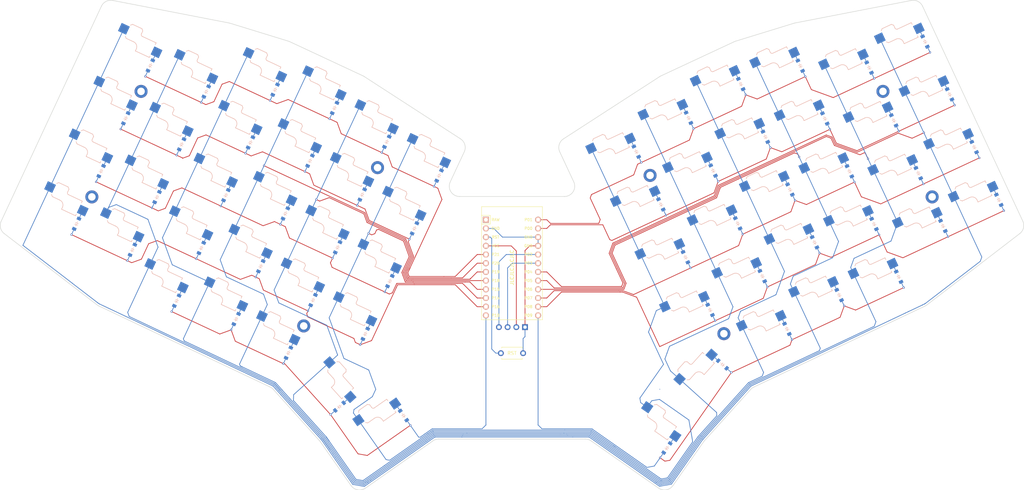
<source format=kicad_pcb>
(kicad_pcb (version 20240108) (generator "pcbnew") (generator_version "8.0")
  (title_block (title "choc") (date "2024-12-16") (rev "v1.0.0") (company "Unknown"))
  (layers (0 "F.Cu" signal) (31 "B.Cu" signal) (34 "B.Paste" user) (35 "F.Paste" user) (36 "B.SilkS" user "B.Silkscreen") (37 "F.SilkS" user "F.Silkscreen") (38 "B.Mask" user) (39 "F.Mask" user) (44 "Edge.Cuts" user))
  (net 0 "")
  (net 1 "P4")
  (net 2 "outer_bottom")
  (net 3 "GND")
  (net 4 "outer_home")
  (net 5 "outer_top")
  (net 6 "outer_num")
  (net 7 "P5")
  (net 8 "pinky_bottom")
  (net 9 "pinky_home")
  (net 10 "pinky_top")
  (net 11 "pinky_num")
  (net 12 "ring_mod")
  (net 13 "P6")
  (net 14 "ring_bottom")
  (net 15 "ring_home")
  (net 16 "ring_top")
  (net 17 "ring_num")
  (net 18 "middle_mod")
  (net 19 "P19")
  (net 20 "middle_bottom")
  (net 21 "middle_home")
  (net 22 "middle_top")
  (net 23 "middle_num")
  (net 24 "index_mod")
  (net 25 "P18")
  (net 26 "index_bottom")
  (net 27 "index_home")
  (net 28 "index_top")
  (net 29 "index_num")
  (net 30 "P15")
  (net 31 "inner_bottom")
  (net 32 "inner_home")
  (net 33 "inner_top")
  (net 34 "inner_num")
  (net 35 "select_fan")
  (net 36 "space_fan")
  (net 37 "mirror_outer_bottom")
  (net 38 "mirror_outer_home")
  (net 39 "mirror_outer_top")
  (net 40 "mirror_outer_num")
  (net 41 "mirror_pinky_bottom")
  (net 42 "mirror_pinky_home")
  (net 43 "mirror_pinky_top")
  (net 44 "mirror_pinky_num")
  (net 45 "mirror_ring_mod")
  (net 46 "mirror_ring_bottom")
  (net 47 "mirror_ring_home")
  (net 48 "mirror_ring_top")
  (net 49 "mirror_ring_num")
  (net 50 "mirror_middle_mod")
  (net 51 "mirror_middle_bottom")
  (net 52 "mirror_middle_home")
  (net 53 "mirror_middle_top")
  (net 54 "mirror_middle_num")
  (net 55 "mirror_index_mod")
  (net 56 "mirror_index_bottom")
  (net 57 "mirror_index_home")
  (net 58 "mirror_index_top")
  (net 59 "mirror_index_num")
  (net 60 "mirror_inner_bottom")
  (net 61 "mirror_inner_home")
  (net 62 "mirror_inner_top")
  (net 63 "mirror_inner_num")
  (net 64 "mirror_select_fan")
  (net 65 "mirror_space_fan")
  (net 66 "P16")
  (net 67 "P14")
  (net 68 "P20")
  (net 69 "P21")
  (net 70 "P10")
  (net 71 "P8")
  (net 72 "P7")
  (net 73 "P0")
  (net 74 "P1")
  (net 75 "P9")
  (net 76 "RAW")
  (net 77 "RST")
  (net 78 "VCC")
  (net 79 "P2")
  (net 80 "P3")
  (footprint "VIA-0.6mm" (layer "F.Cu") (at 274.939567 179.676512 48)
    (property "Reference" "REF**" (hide yes))
    (property "Value" "VIA-0.6mm" (hide yes))
  )
  (footprint "VIA-0.6mm" (layer "F.Cu") (at 140.235069 100.248779 -25)
    (property "Reference" "REF**" (hide yes))
    (property "Value" "VIA-0.6mm" (hide yes))
  )
  (footprint "VIA-0.6mm" (layer "F.Cu") (at 300.71761 144.817497 25)
    (property "Reference" "REF**" (hide yes))
    (property "Value" "VIA-0.6mm" (hide yes))
  )
  (footprint "VIA-0.6mm" (layer "F.Cu") (at 153.730617 129.1611 -25)
    (property "Reference" "REF**" (hide yes))
    (property "Value" "VIA-0.6mm" (hide yes))
  )
  (footprint "VIA-0.6mm" (layer "F.Cu") (at 111.497027 161.877708 -25)
    (property "Reference" "REF**" (hide yes))
    (property "Value" "VIA-0.6mm" (hide yes))
  )
  (footprint "VIA-0.6mm" (layer "F.Cu") (at 347.333834 117.011421 25)
    (property "Reference" "REF**" (hide yes))
    (property "Value" "VIA-0.6mm" (hide yes))
  )
  (footprint "mounting_hole" (layer "F.Cu") (at 251.208949 122.113582 25)
    (property "Reference" "H8" (hide yes))
    (property "Value" "")
  )
  (footprint "VIA-0.6mm" (layer "F.Cu") (at 118.681534 146.470471 -25)
    (property "Reference" "REF**" (hide yes))
    (property "Value" "VIA-0.6mm" (hide yes))
  )
  (footprint "mounting_hole" (layer "F.Cu") (at 319.210129 97.576074 25)
    (property "Reference" "H7" (hide yes))
    (property "Value" "")
  )
  (footprint "VIA-0.6mm" (layer "F.Cu") (at 165.677635 130.870266 -25)
    (property "Reference" "REF**" (hide yes))
    (property "Value" "VIA-0.6mm" (hide yes))
  )
  (footprint "VIA-0.6mm" (layer "F.Cu") (at 158.493129 146.277503 -25)
    (property "Reference" "REF**" (hide yes))
    (property "Value" "VIA-0.6mm" (hide yes))
  )
  (footprint "VIA-0.6mm" (layer "F.Cu") (at 143.236132 136.404603 -25)
    (property "Reference" "REF**" (hide yes))
    (property "Value" "VIA-0.6mm" (hide yes))
  )
  (footprint "VIA-0.6mm" (layer "F.Cu") (at 316.651267 93.804083 25)
    (property "Reference" "REF**" (hide yes))
    (property "Value" "VIA-0.6mm" (hide yes))
  )
  (footprint "VIA-0.6mm" (layer "F.Cu") (at 331.020289 124.618547 25)
    (property "Reference" "REF**" (hide yes))
    (property "Value" "VIA-0.6mm" (hide yes))
  )
  (footprint "VIA-0.6mm" (layer "F.Cu") (at 188.119145 125.335928 -25)
    (property "Reference" "REF**" (hide yes))
    (property "Value" "VIA-0.6mm" (hide yes))
  )
  (footprint "VIA-0.6mm" (layer "F.Cu") (at 270.203623 164.563299 25)
    (property "Reference" "REF**" (hide yes))
    (property "Value" "VIA-0.6mm" (hide yes))
  )
  (footprint "VIA-0.6mm" (layer "F.Cu") (at 248.650084 118.341603 25)
    (property "Reference" "REF**" (hide yes))
    (property "Value" "VIA-0.6mm" (hide yes))
  )
  (footprint "VIA-0.6mm" (layer "F.Cu") (at 292.645129 170.097631 25)
    (property "Reference" "REF**" (hide yes))
    (property "Value" "VIA-0.6mm" (hide yes))
  )
  (footprint "VIA-0.6mm" (layer "F.Cu") (at 255.834605 133.748836 25)
    (property "Reference" "REF**" (hide yes))
    (property "Value" "VIA-0.6mm" (hide yes))
  )
  (footprint "VIA-0.6mm" (layer "F.Cu") (at 138.473624 119.28821 -25)
    (property "Reference" "REF**" (hide yes))
    (property "Value" "VIA-0.6mm" (hide yes))
  )
  (footprint "VIA-0.6mm" (layer "F.Cu") (at 254.127528 204.585176 -35)
    (property "Reference" "REF**" (hide yes))
    (property "Value" "VIA-0.6mm" (hide yes))
  )
  (footprint "VIA-0.6mm" (layer "F.Cu") (at 105.74894 131.612884 -25)
    (property "Reference" "REF**" (hide yes))
    (property "Value" "VIA-0.6mm" (hide yes))
  )
  (footprint "VIA-0.6mm" (layer "F.Cu") (at 318.087691 139.476142 25)
    (property "Reference" "REF**" (hide yes))
    (property "Value" "VIA-0.6mm" (hide yes))
  )
  (footprint "VIA-0.6mm" (layer "F.Cu") (at 263.907087 108.4687 25)
    (property "Reference" "REF**" (hide yes))
    (property "Value" "VIA-0.6mm" (hide yes))
  )
  (footprint "VIA-0.6mm" (layer "F.Cu") (at 157.904387 191.975556 -48)
    (property "Reference" "REF**" (hide yes))
    (property "Value" "VIA-0.6mm" (hide yes))
  )
  (footprint "VIA-0.6mm" (layer "F.Cu") (at 278.276105 139.283165 25)
    (property "Reference" "REF**" (hide yes))
    (property "Value" "VIA-0.6mm" (hide yes))
  )
  (footprint "VIA-0.6mm" (layer "F.Cu") (at 279.164081 98.5958 25)
    (property "Reference" "REF**" (hide yes))
    (property "Value" "VIA-0.6mm" (hide yes))
  )
  (footprint "VIA-0.6mm" (layer "F.Cu") (at 294.729983 116.714999 25)
    (property "Reference" "REF**" (hide yes))
    (property "Value" "VIA-0.6mm" (hide yes))
  )
  (footprint "VIA-0.6mm" (layer "F.Cu") (at 293.533096 129.410264 25)
    (property "Reference" "REF**" (hide yes))
    (property "Value" "VIA-0.6mm" (hide yes))
  )
  (footprint "VIA-0.6mm" (layer "F.Cu") (at 354.51834 132.418651 25)
    (property "Reference" "REF**" (hide yes))
    (property "Value" "VIA-0.6mm" (hide yes))
  )
  (footprint "VIA-0.6mm" (layer "F.Cu") (at 150.420642 120.99737 -25)
    (property "Reference" "REF**" (hide yes))
    (property "Value" "VIA-0.6mm" (hide yes))
  )
  (footprint "VIA-0.6mm" (layer "F.Cu") (at 157.605158 105.590134 -25)
    (property "Reference" "REF**" (hide yes))
    (property "Value" "VIA-0.6mm" (hide yes))
  )
  (footprint "VIA-0.6mm" (layer "F.Cu") (at 103.804427 93.191291 -25)
    (property "Reference" "REF**" (hide yes))
    (property "Value" "VIA-0.6mm" (hide yes))
  )
  (footprint "mounting_hole" (layer "F.Cu") (at 102.559716 97.576077 -25)
    (property "Reference" "H2" (hide yes))
    (property "Value" "")
  )
  (footprint "VIA-0.6mm" (layer "F.Cu") (at 271.09159 123.875934 25)
    (property "Reference" "REF**" (hide yes))
    (property "Value" "VIA-0.6mm" (hide yes))
  )
  (footprint "VIA-0.6mm" (layer "F.Cu") (at 323.835779 109.211315 25)
    (property "Reference" "REF**" (hide yes))
    (property "Value" "VIA-0.6mm" (hide yes))
  )
  (footprint "VIA-0.6mm" (layer "F.Cu") (at 136.051628 151.811836 -25)
    (property "Reference" "REF**" (hide yes))
    (property "Value" "VIA-0.6mm" (hide yes))
  )
  (footprint "VIA-0.6mm" (layer "F.Cu") (at 310.903184 124.068905 25)
    (property "Reference" "REF**" (hide yes))
    (property "Value" "VIA-0.6mm" (hide yes))
  )
  (footprint "VIA-0.6mm" (layer "F.Cu") (at 82.250894 139.412986 -25)
    (property "Reference" "REF**" (hide yes))
    (property "Value" "VIA-0.6mm" (hide yes))
  )
  (footprint "mounting_hole" (layer "F.Cu") (at 88.190698 128.390536 -25)
    (property "Reference" "H3" (hide yes))
    (property "Value" "")
  )
  (footprint "VIA-0.6mm" (layer "F.Cu") (at 151.308617 161.684729 -25)
    (property "Reference" "REF**" (hide yes))
    (property "Value" "VIA-0.6mm" (hide yes))
  )
  (footprint "VIA-0.6mm" (layer "F.Cu") (at 168.987614 139.034006 -25)
    (property "Reference" "REF**" (hide yes))
    (property "Value" "VIA-0.6mm" (hide yes))
  )
  (footprint "VIA-0.6mm" (layer "F.Cu") (at 307.90212 160.224732 25)
    (property "Reference" "REF**" (hide yes))
    (property "Value" "VIA-0.6mm" (hide yes))
  )
  (footprint "VIA-0.6mm" (layer "F.Cu") (at 296.534166 93.254445 25)
    (property "Reference" "REF**" (hide yes))
    (property "Value" "VIA-0.6mm" (hide yes))
  )
  (footprint "VIA-0.6mm" (layer "F.Cu") (at 332.964811 86.196957 25)
    (property "Reference" "REF**" (hide yes))
    (property "Value" "VIA-0.6mm" (hide yes))
  )
  (footprint "VIA-0.6mm" (layer "F.Cu") (at 285.460612 154.690398 25)
    (property "Reference" "REF**" (hide yes))
    (property "Value" "VIA-0.6mm" (hide yes))
  )
  (footprint "VIA-0.6mm" (layer "F.Cu") (at 172.862149 115.463038 -25)
    (property "Reference" "REF**" (hide yes))
    (property "Value" "VIA-0.6mm" (hide yes))
  )
  (footprint "lib:OLED_headers" (layer "F.Cu") (at 204.88492 168.027997 90)
    (property "Reference" "OLED1" (hide yes))
    (property "Value" "OLED")
  )
  (footprint "VIA-0.6mm" (layer "F.Cu") (at 181.199278 195.092487 35)
    (property "Reference" "REF**" (hide yes))
    (property "Value" "VIA-0.6mm" (hide yes))
  )
  (footprint "VIA-0.6mm" (layer "F.Cu") (at 112.93345 116.205649 -25)
    (property "Reference" "REF**" (hide yes))
    (property "Value" "VIA-0.6mm" (hide yes))
  )
  (footprint "VIA-0.6mm" (layer "F.Cu") (at 166.565615 171.557628 -25)
    (property "Reference" "REF**" (hide yes))
    (property "Value" "VIA-0.6mm" (hide yes))
  )
  (footprint "VIA-0.6mm" (layer "F.Cu") (at 314.84709 117.264638 25)
    (property "Reference" "REF**" (hide yes))
    (property "Value" "VIA-0.6mm" (hide yes))
  )
  (footprint "VIA-0.6mm" (layer "F.Cu") (at 180.934634 140.743163 -25)
    (property "Reference" "REF**" (hide yes))
    (property "Value" "VIA-0.6mm" (hide yes))
  )
  (footprint "VIA-0.6mm" (layer "F.Cu") (at 98.564431 147.020115 -25)
    (property "Reference" "REF**" (hide yes))
    (property "Value" "VIA-0.6mm" (hide yes))
  )
  (footprint "mounting_hole" (layer "F.Cu") (at 171.617436 119.847816 -25)
    (property "Reference" "H1" (hide yes))
    (property "Value" "")
  )
  (footprint "ProMicro" (layer "F.Cu") (at 210.884915 149.028002 -90)
    (property "Reference" "MCU1" (hide yes))
    (property "Value" "" (hide yes))
  )
  (footprint "VIA-0.6mm" (layer "F.Cu") (at 173.750122 156.150393 -25)
    (property "Reference" "REF**" (hide yes))
    (property "Value" "VIA-0.6mm" (hide yes))
  )
  (footprint "VIA-0.6mm" (layer "F.Cu") (at 89.435399 124.005756 -25)
    (property "Reference" "REF**" (hide yes))
    (property "Value" "VIA-0.6mm" (hide yes))
  )
  (footprint "VIA-0.6mm" (layer "F.Cu") (at 286.348592 114.003032 25)
    (property "Reference" "REF**" (hide yes))
    (property "Value" "VIA-0.6mm" (hide yes))
  )
  (footprint "VIA-0.6mm" (layer "F.Cu") (at 144.124108 177.091968 -25)
    (property "Reference" "REF**" (hide yes))
    (property "Value" "VIA-0.6mm" (hide yes))
  )
  (footprint "VIA-0.6mm" (layer "F.Cu") (at 128.867112 167.219061 -25)
    (property "Reference" "REF**" (hide yes))
    (property "Value" "VIA-0.6mm" (hide yes))
  )
  (footprint "VIA-0.6mm" (layer "F.Cu") (at 263.019108 149.156065 25)
    (property "Reference" "REF**" (hide yes))
    (property "Value" "VIA-0.6mm" (hide yes))
  )
  (footprint "VIA-0.6mm" (layer "F.Cu") (at 303.718669 108.661679 25)
    (property "Reference" "REF**" (hide yes))
    (property "Value" "VIA-0.6mm" (hide yes))
  )
  (footprint "mounting_hole" (layer "F.Cu") (at 272.762472 168.335281 25)
    (property "Reference" "H5" (hide yes))
    (property "Value" "")
  )
  (footprint "ceoloide:reset_switch_tht_top" (layer "F.Cu") (at 210.884924 174.028 180)
    (property "Reference" "RST1" (hide yes))
    (property "Value" "")
  )
  (footprint "VIA-0.6mm" (layer "F.Cu") (at 96.619914 108.598518 -25)
    (property "Reference" "REF**" (hide yes))
    (property "Value" "VIA-0.6mm" (hide yes))
  )
  (footprint "mounting_hole" (layer "F.Cu") (at 150.063909 166.069519 -25)
    (property "Reference" "H4" (hide yes))
    (property "Value" "")
  )
  (footprint "VIA-0.6mm" (layer "F.Cu") (at 325.272204 154.883376 25)
    (property "Reference" "REF**" (hide yes))
    (property "Value" "VIA-0.6mm" (hide yes))
  )
  (footprint "VIA-0.6mm" (layer "F.Cu") (at 133.050553 115.656007 -25)
    (property "Reference" "REF**" (hide yes))
    (property "Value" "VIA-0.6mm" (hide yes))
  )
  (footprint "mounting_hole" (layer "F.Cu") (at 333.579144 128.390538 25)
    (property "Reference" "H6" (hide yes))
    (property "Value" "")
  )
  (footprint "VIA-0.6mm" (layer "F.Cu") (at 338.204797 140.025786 25)
    (property "Reference" "REF**" (hide yes))
    (property "Value" "VIA-0.6mm" (hide yes))
  )
  (footprint "VIA-0.6mm" (layer "F.Cu") (at 125.866047 131.063241 -25)
    (property "Reference" "REF**" (hide yes))
    (property "Value" "VIA-0.6mm" (hide yes))
  )
  (footprint "VIA-0.6mm" (layer "F.Cu") (at 340.149319 101.604189 25)
    (property "Reference" "REF**" (hide yes))
    (property "Value" "VIA-0.6mm" (hide yes))
  )
  (footprint "VIA-0.6mm" (layer "F.Cu") (at 120.117962 100.79842 -25)
    (property "Reference" "REF**" (hide yes))
    (property "Value" "VIA-0.6mm" (hide yes))
  )
  (footprint "VIA-0.6mm" (layer "F.Cu") (at 331.160629 109.657509 25)
    (property "Reference" "REF**" (hide yes))
    (property "Value" "VIA-0.6mm" (hide yes))
  )
  (footprint "ceoloide:switch_choc_v1_v2" (layer "B.Cu") (at 316.082035 154.755304 25)
    (property "Reference" "S38" (hide yes))
    (property "Value" "")
  )
  (footprint "ceoloide:switch_choc_v1_v2" (layer "B.Cu") (at 83.62618 116.883355 -25)
    (property "Reference" "S2" (hide yes))
    (property "Value" "")
  )
  (footprint "ceoloide:switch_choc_v1_v2" (layer "B.Cu") (at 152.683905 139.155097 -25)
    (property "Reference" "S21" (hide yes))
    (property "Value" "")
  )
  (footprint "ceoloide:switch_choc_v1_v2" (layer "B.Cu") (at 345.32817 132.290591 25)
    (property "Reference" "S30" (hide yes))
    (property "Value" "")
  )
  (footprint "ceoloide:diode_tht_sod123" (layer "B.Cu") (at 283.981452 151.518321 115)
    (property "Reference" "D49" (hide yes))
    (property "Value" "")
  )
  (footprint "ceoloide:switch_choc_v1_v2" (layer "B.Cu") (at 99.939718 124.490484 -25)
    (property "Reference" "S6" (hide yes))
    (property "Value" "")
  )
  (footprint "ceoloide:diode_tht_sod123" (layer "B.Cu") (at 276.796941 136.111087 115)
    (property "Reference" "D50" (hide yes))
    (property "Value" "")
  )
  (footprint "ceoloide:switch_choc_v1_v2" (layer "B.Cu") (at 92.755212 139.897717 -25)
    (property "Reference" "S5" (hide yes))
    (property "Value" "")
  )
  (footprint "ceoloide:diode_tht_sod123" (layer "B.Cu") (at 338.670159 98.432111 115)
    (property "Reference" "D32" (hide yes))
    (property "Value" "")
  )
  (footprint "ceoloide:switch_choc_v1_v2" (layer "B.Cu") (at 266.429927 183.149507 48)
    (property "Reference" "S57" (hide yes))
    (property "Value" "")
  )
  (footprint "ceoloide:diode_tht_sod123" (layer "B.Cu") (at 151.899804 117.825291 65)
    (property "Reference" "D17" (hide yes))
    (property "Value" "")
  )
  (footprint "ceoloide:switch_choc_v1_v2" (layer "B.Cu") (at 249.643352 196.562221 -35)
    (property "Reference" "S58" (hide yes))
    (property "Value" "")
  )
  (footprint "ceoloide:diode_tht_sod123" (layer "B.Cu") (at 179.191758 192.225461 125)
    (property "Reference" "D29" (hide yes))
    (property "Value" "")
  )
  (footprint "ceoloide:switch_choc_v1_v2" (layer "B.Cu") (at 144.61142 113.874969 -25)
    (property "Reference" "S17" (hide yes))
    (property "Value" "")
  )
  (footprint "ceoloide:switch_choc_v1_v2" (layer "B.Cu") (at 276.270448 154.562333 25)
    (property "Reference" "S49" (hide yes))
    (property "Value" "")
  )
  (footprint "ceoloide:switch_choc_v1_v2" (layer "B.Cu") (at 284.342932 129.2822 25)
    (property "Reference" "S45" (hide yes))
    (property "Value" "")
  )
  (footprint "ceoloide:diode_tht_sod123" (layer "B.Cu") (at 306.422954 157.052652 115)
    (property "Reference" "D43" (hide yes))
    (property "Value" "")
  )
  (footprint "ceoloide:diode_tht_sod123" (layer "B.Cu") (at 127.345212 127.891163 65)
    (property "Reference" "D11" (hide yes))
    (property "Value" "")
  )
  (footprint "ceoloide:diode_tht_sod123" (layer "B.Cu") (at 167.156802 127.698188 65)
    (property "Reference" "D22" (hide yes))
    (property "Value" "")
  )
  (footprint "ceoloide:switch_choc_v1_v2" (layer "B.Cu") (at 155.339908 183.149515 -48)
    (property "Reference" "S28" (hide yes))
    (property "Value" "")
  )
  (footprint "ceoloide:diode_tht_sod123" (layer "B.Cu") (at 83.730053 136.240905 65)
    (property "Reference" "D1" (hide yes))
    (property "Value" "")
  )
  (footprint "ceoloide:diode_tht_sod123" (layer "B.Cu") (at 159.084316 102.418058 65)
    (property "Reference" "D18" (hide yes))
    (property "Value" "")
  )
  (footprint "ceoloide:switch_choc_v1_v2" (layer "B.Cu") (at 321.830117 124.490485 25)
    (property "Reference" "S35" (hide yes))
    (property "Value" "")
  )
  (footprint "ceoloide:diode_tht_sod123" (layer "B.Cu") (at 137.530787 148.639748 65)
    (property "Reference" "D15" (hide yes))
    (property "Value" "")
  )
  (footprint "ceoloide:diode_tht_sod123" (layer "B.Cu") (at 182.4138 137.571084 65)
    (property "Reference" "D26" (hide yes))
    (property "Value" "")
  )
  (footprint "ceoloide:switch_choc_v1_v2" (layer "B.Cu") (at 301.713016 123.940844 25)
    (property "Reference" "S40" (hide yes))
    (property "Value" "")
  )
  (footprint "ceoloide:switch_choc_v1_v2" (layer "B.Cu") (at 269.085935 139.155103 25)
    (property "Reference" "S50" (hide yes))
    (property "Value" "")
  )
  (footprint "ceoloide:diode_tht_sod123" (layer "B.Cu") (at 295.055001 90.082362 115)
    (property "Reference" "D42" (hide yes))
    (property "Value" "")
  )
  (footprint "ceoloide:switch_choc_v1_v2" (layer "B.Cu") (at 291.527441 144.689434 25)
    (property "Reference" "S44" (hide yes))
    (property "Value" "")
  )
  (footprint "ceoloide:diode_tht_sod123" (layer "B.Cu") (at 189.598309 122.163855 65)
    (property "Reference" "D27" (hide yes))
    (property "Value" "")
  )
  (footprint "ceoloide:switch_choc_v1_v2" (layer "B.Cu") (at 151.795928 98.467737 -25)
    (property "Reference" "S18" (hide yes))
    (property "Value" "")
  )
  (footprint "ceoloide:diode_tht_sod123" (layer "B.Cu") (at 107.228107 128.440807 65)
    (property "Reference" "D6" (hide yes))
    (property "Value" "")
  )
  (footprint "ceoloide:diode_tht_sod123" (layer "B.Cu") (at 144.715302 133.232523 65)
    (property "Reference" "D16" (hide yes))
    (property "Value" "")
  )
  (footprint "ceoloide:switch_choc_v1_v2" (layer "B.Cu") (at 114.308742 93.676016 -25)
    (property "Reference" "S8" (hide yes))
    (property "Value" "")
  )
  (footprint "ceoloide:diode_tht_sod123" (layer "B.Cu") (at 247.170929 115.169526 115)
    (property "Reference" "D56" (hide yes))
    (property "Value" "")
  )
  (footprint "ceoloide:diode_tht_sod123" (layer "B.Cu") (at 98.099077 105.426442 65)
    (property "Reference" "D3" (hide yes))
    (property "Value" "")
  )
  (footprint "ceoloide:diode_tht_sod123" (layer "B.Cu") (at 268.724457 161.391223 115)
    (property "Reference" "D53" (hide yes))
    (property "Value" "")
  )
  (footprint "ceoloide:switch_choc_v1_v2" (layer "B.Cu") (at 167.052923 108.340635 -25)
    (property "Reference" "S23" (hide yes))
    (property "Value" "")
  )
  (footprint "ceoloide:switch_choc_v1_v2" (layer "B.Cu") (at 239.45992 118.213534 25)
    (property "Reference" "S56" (hide yes))
    (property "Value" "")
  )
  (footprint "ceoloide:diode_tht_sod123" (layer "B.Cu") (at 105.283587 90.019214 65)
    (property "Reference" "D4" (hide yes))
    (property "Value" "")
  )
  (footprint "ceoloide:diode_tht_sod123" (layer "B.Cu") (at 353.039175 129.246574 115)
    (property "Reference" "D30" (hide yes))
    (property "Value" "")
  )
  (footprint "ceoloide:diode_tht_sod123" (layer "B.Cu") (at 175.229286 152.978322 65)
    (property "Reference" "D25" (hide yes))
    (property "Value" "")
  )
  (footprint "ceoloide:diode_tht_sod123" (layer "B.Cu") (at 309.424025 120.896828 115)
    (property "Reference" "D40" (hide yes))
    (property "Value" "")
  )
  (footprint "ceoloide:switch_choc_v1_v2" (layer "B.Cu") (at 294.528508 108.533608 25)
    (property "Reference" "S41" (hide yes))
    (property "Value" "")
  )
  (footprint "ceoloide:switch_choc_v1_v2" (layer "B.Cu") (at 97.995198 86.068887 -25)
    (property "Reference" "S4" (hide yes))
    (property "Value" "")
  )
  (footprint "ceoloide:switch_choc_v1_v2" (layer "B.Cu") (at 261.901421 123.747873 25)
    (property "Reference" "S51" (hide yes))
    (property "Value" "")
  )
  (footprint "ceoloide:diode_tht_sod123" (layer "B.Cu") (at 121.597128 97.626347 65)
    (property "Reference" "D8" (hide yes))
    (property "Value" "")
  )
  (footprint "ceoloide:diode_tht_sod123" (layer "B.Cu") (at 130.34628 164.046987 65)
    (property "Reference" "D14" (hide yes))
    (property "Value" "")
  )
  (footprint "ceoloide:diode_tht_sod123" (layer "B.Cu") (at 345.854671 113.839343 115)
    (property "Reference" "D31" (hide yes))
    (property "Value" "")
  )
  (footprint "ceoloide:diode_tht_sod123" (layer "B.Cu") (at 269.612433 120.703853 115)
    (property "Reference" "D51" (hide yes))
    (property "Value" "")
  )
  (footprint "ceoloide:switch_choc_v1_v2" (layer "B.Cu") (at 159.868414 123.747867 -25)
    (property "Reference" "S22" (hide yes))
    (property "Value" "")
  )
  (footprint "ceoloide:diode_tht_sod123" (layer "B.Cu") (at 322.356617 106.039243 115)
    (property "Reference" "D36" (hide yes))
    (property "Value" "")
  )
  (footprint "ceoloide:switch_choc_v1_v2" (layer "B.Cu") (at 138.314878 169.969566 -25)
    (property "Reference" "S19" (hide yes))
    (property "Value" "")
  )
  (footprint "ceoloide:diode_tht_sod123" (layer "B.Cu") (at 261.539947 145.983987 115)
    (property "Reference" "D54" (hide yes))
    (property "Value" "")
  )
  (footprint "ceoloide:switch_choc_v1_v2" (layer "B.Cu") (at 137.42691 129.282205 -25)
    (property "Reference" "S16" (hide yes))
    (property "Value" "")
  )
  (footprint "ceoloide:diode_tht_sod123" (layer "B.Cu") (at 168.044776 168.385548 65)
    (property "Reference" "D24" (hide yes))
    (property "Value" "")
  )
  (footprint "ceoloide:switch_choc_v1_v2" (layer "B.Cu") (at 105.687807 154.755312 -25)
    (property "Reference" "S9" (hide yes))
    (property "Value" "")
  )
  (footprint "ceoloide:diode_tht_sod123" (layer "B.Cu") (at 256.135051 201.718144 55)
    (property "Reference" "D58" (hide yes))
    (property "Value" "")
  )
  (footprint "ceoloide:diode_tht_sod123" (layer "B.Cu") (at 145.603272 173.919881 65)
    (property "Reference" "D19" (hide yes))
    (property "Value" "")
  )
  (footprint "ceoloide:switch_choc_v1_v2" (layer "B.Cu") (at 175.125405 133.620765 -25)
    (property "Reference" "S26" (hide yes))
    (property "Value" "")
  )
  (footprint "ceoloide:switch_choc_v1_v2" (layer "B.Cu") (at 172.126485 196.562225 35)
    (property "Reference" "S29" (hide yes))
    (property "Value" "")
  )
  (footprint "ceoloide:switch_choc_v1_v2" (layer "B.Cu") (at 308.897528 139.348073 25)
    (property "Reference" "S39" (hide yes))
    (property "Value" "")
  )
  (footprint "ceoloide:diode_tht_sod123" (layer "B.Cu") (at 134.529722 112.483932 65)
    (property "Reference" "D12" (hide yes))
    (property "Value" "")
  )
  (footprint "ceoloide:diode_tht_sod123" (layer "B.Cu") (at 284.869423 110.830958 115)
    (property "Reference" "D46" (hide yes))
    (property "Value" "")
  )
  (footprint "ceoloide:diode_tht_sod123" (layer "B.Cu") (at 174.341308 112.290956 65)
    (property "Reference" "D23" (hide yes))
    (property "Value" "")
  )
  (footprint "ceoloide:switch_choc_v1_v2" (layer "B.Cu") (at 329.014631 139.897712 25)
    (property "Reference" "S34" (hide yes))
    (property "Value" "")
  )
  (footprint "ceoloide:switch_choc_v1_v2" (layer "B.Cu") (at 167.9409 149.028001 -25)
    (property "Reference" "S25" (hide yes))
    (property "Value" "")
  )
  (footprint "ceoloide:switch_choc_v1_v2" (layer "B.Cu") (at 287.343992 93.12638 25)
    (property "Reference" "S42" (hide yes))
    (property "Value" "")
  )
  (footprint "ceoloide:diode_tht_sod123" (layer "B.Cu") (at 120.1607 143.298404 65)
    (property "Reference" "D10" (hide yes))
    (property "Value" "")
  )
  (footprint "ceoloide:switch_choc_v1_v2" (layer "B.Cu") (at 254.716913 108.34064 25)
    (property "Reference" "S52" (hide yes))
    (property "Value" "")
  )
  (footprint "ceoloide:switch_choc_v1_v2" (layer "B.Cu") (at 330.959148 101.476127 25)
    (property "Reference" "S32" (hide yes))
    (property "Value" "")
  )
  (footprint "ceoloide:switch_choc_v1_v2" (layer "B.Cu") (at 160.756385 164.435234 -25)
    (property "Reference" "S24" (hide yes))
    (property "Value" "")
  )
  (footprint "ceoloide:diode_tht_sod123" (layer "B.Cu") (at 160.505388 189.633603 42)
    (property "Reference" "D28" (hide yes))
    (property "Value" "")
  )
  (footprint "ceoloide:diode_tht_sod123" (layer "B.Cu") (at 302.239515 105.489597 115)
    (property "Reference" "D41" (hide yes))
    (property "Value" "")
  )
  (footprint "ceoloide:diode_tht_sod123" (layer "B.Cu") (at 316.608531 136.304059 115)
    (property "Reference" "D39" (hide yes))
    (property "Value" "")
  )
  (footprint "ceoloide:switch_choc_v1_v2" (layer "B.Cu") (at 269.973907 98.467733 25)
    (property "Reference" "S47" (hide yes))
    (property "Value" "")
  )
  (footprint "ceoloide:switch_choc_v1_v2" (layer "B.Cu") (at 261.013457 164.435226 25)
    (property "Reference" "S53" (hide yes))
    (property "Value" "")
  )
  (footprint "ceoloide:switch_choc_v1_v2" (layer "B.Cu") (at 127.241338 108.53361 -25)
    (property "Reference" "S12" (hide yes))
    (property "Value" "")
  )
  (footprint "ceoloide:diode_tht_sod123" (layer "B.Cu") (at 292.053933 126.238191 115)
    (property "Reference" "D45" (hide yes))
    (property "Value" "")
  )
  (footprint "ceoloide:diode_tht_sod123" (layer "B.Cu") (at 331.485647 83.024882 115)
    (property "Reference" "D33" (hide yes))
    (property "Value" "")
  )
  (footprint "ceoloide:switch_choc_v1_v2" (layer "B.Cu") (at 120.056823 123.940842 -25)
    (property "Reference" "S11" (hide yes))
    (property "Value" "")
  )
  (footprint "ceoloide:switch_choc_v1_v2" (layer "B.Cu") (at 307.461095 93.676023 25)
    (property "Reference" "S37" (hide yes))
    (property "Value" "")
  )
  (footprint "ceoloide:switch_choc_v1_v2" (layer "B.Cu") (at 90.810688 101.476127 -25)
    (property "Reference" "S3" (hide yes))
    (property "Value" "")
  )
  (footprint "ceoloide:switch_choc_v1_v2" (layer "B.Cu") (at 130.242396 144.68943 -25)
    (property "Reference" "S15" (hide yes))
    (property "Value" "")
  )
  (footprint "ceoloide:switch_choc_v1_v2" (layer "B.Cu") (at 298.711945 160.096668 25)
    (property "Reference" "S43" (hide yes))
    (property "Value" "")
  )
  (footprint "ceoloide:diode_tht_sod123" (layer "B.Cu") (at 291.165959 166.925553 115)
    (property "Reference" "D48" (hide yes))
    (property "Value" "")
  )
  (footprint "ceoloide:switch_choc_v1_v2" (layer "B.Cu") (at 76.441673 132.29059 -25)
    (property "Reference" "S1" (hide yes))
    (property "Value" "")
  )
  (footprint "ceoloide:diode_tht_sod123" (layer "B.Cu") (at 336.725637 136.853704 115)
    (property "Reference" "D34" (hide yes))
    (property "Value" "")
  )
  (footprint "ceoloide:diode_tht_sod123" (layer "B.Cu") (at 277.684916 95.423725 115)
    (property "Reference" "D47" (hide yes))
    (property "Value" "")
  )
  (footprint "ceoloide:switch_choc_v1_v2" (layer "B.Cu") (at 123.057886 160.096674 -25)
    (property "Reference" "S14" (hide yes))
    (property "Value" "")
  )
  (footprint "ceoloide:diode_tht_sod123" (layer "B.Cu") (at 112.976194 158.705623 65)
    (property "Reference" "D9" (hide yes))
    (property "Value" "")
  )
  (footprint "ceoloide:diode_tht_sod123" (layer "B.Cu") (at 152.787782 158.512656 65)
    (property "Reference" "D20" (hide yes))
    (property "Value" "")
  )
  (footprint "ceoloide:switch_choc_v1_v2" (layer "B.Cu") (at 246.644429 133.620763 25)
    (property "Reference" "S55" (hide yes))
    (property "Value" "")
  )
  (footprint "ceoloide:diode_tht_sod123" (layer "B.Cu") (at 100.043596 143.848037 65)
    (property "Reference" "D5" (hide yes))
    (property "Value" "")
  )
  (footprint "ceoloide:switch_choc_v1_v2" (layer "B.Cu") (at 182.309919 118.213541 -25)
    (property "Reference" "S27" (hide yes))
    (property "Value" "")
  )
  (footprint "ceoloide:switch_choc_v1_v2" (layer "B.Cu") (at 314.64561 109.083245 25)
    (property "Reference" "S36" (hide yes))
    (property "Value" "")
  )
  (footprint "ceoloide:switch_choc_v1_v2" (layer "B.Cu") (at 253.828942 149.027999 25)
    (property "Reference" "S54" (hide yes))
    (property "Value" "")
  )
  (footprint "ceoloide:switch_choc_v1_v2" (layer "B.Cu") (at 277.158419 113.874967 25)
    (property "Reference" "S46" (hide yes))
    (property "Value" "")
  )
  (footprint "ceoloide:switch_choc_v1_v2" (layer "B.Cu") (at 323.774644 86.068894 25)
    (property "Reference" "S33" (hide yes))
    (property "Value" "")
  )
  (footprint "ceoloide:switch_choc_v1_v2" (layer "B.Cu") (at 145.499399 154.562335 -25)
    (property "Reference" "S20" (hide yes))
    (property "Value" "")
  )
  (footprint "ceoloide:diode_tht_sod123" (layer "B.Cu") (at 90.914571 120.83368 65)
    (property "Reference" "D2" (hide yes))
    (property "Value" "")
  )
  (footprint "ceoloide:diode_tht_sod123" (layer "B.Cu") (at 262.427921 105.296629 115)
    (property "Reference" "D52" (hide yes))
    (property "Value" "")
  )
  (footprint "ceoloide:diode_tht_sod123" (layer "B.Cu") (at 323.79304 151.711295 115)
    (property "Reference" "D38" (hide yes))
    (property "Value" "")
  )
  (footprint "ceoloide:switch_choc_v1_v2" (layer "B.Cu") (at 107.124234 109.083254 -25)
    (property "Reference" "S7" (hide yes))
    (property "Value" "")
  )
  (footprint "ceoloide:diode_tht_sod123" (layer "B.Cu") (at 141.714233 97.076702 65)
    (property "Reference" "D13" (hide yes))
    (property "Value" "")
  )
  (footprint "ceoloide:switch_choc_v1_v2" (layer "B.Cu") (at 112.872313 139.34808 -25)
    (property "Reference" "S10" (hide yes))
    (property "Value" "")
  )
  (footprint "ceoloide:diode_tht_sod123" (layer "B.Cu") (at 299.238445 141.645428 115)
    (property "Reference" "D44" (hide yes))
    (property "Value" "")
  )
  (footprint "ceoloide:diode_tht_sod123" (layer "B.Cu") (at 272.338557 177.334554 138)
    (property "Reference" "D57" (hide yes))
    (property "Value" "")
  )
  (footprint "ceoloide:diode_tht_sod123" (layer "B.Cu") (at 254.355439 130.576755 115)
    (property "Reference" "D55" (hide yes))
    (property "Value" "")
  )
  (footprint "ceoloide:switch_choc_v1_v2" (layer "B.Cu") (at 338.143658 116.883358 25)
    (property "Reference" "S31" (hide yes))
    (property "Value" "")
  )
  (footprint "ceoloide:switch_choc_v1_v2" (layer "B.Cu") (at 283.454956 169.969565 25)
    (property "Reference" "S48" (hide yes))
    (property "Value" "")
  )
  (footprint "ceoloide:diode_tht_sod123" (layer "B.Cu") (at 114.412616 113.033575 65)
    (property "Reference" "D7" (hide yes))
    (property "Value" "")
  )
  (footprint "ceoloide:diode_tht_sod123" (layer "B.Cu") (at 315.17211 90.632005 115)
    (property "Reference" "D37" (hide yes))
    (property "Value" "")
  )
  (footprint "ceoloide:diode_tht_sod123" (layer "B.Cu") (at 159.972296 143.105424 65)
    (property "Reference" "D21" (hide yes))
    (property "Value" "")
  )
  (footprint "ceoloide:diode_tht_sod123" (layer "B.Cu") (at 329.541124 121.446468 115)
    (property "Reference" "D35" (hide yes))
    (property "Value" "")
  )
  (footprint "ceoloide:switch_choc_v1_v2" (layer "B.Cu") (at 134.425843 93.126374 -25)
    (property "Reference" "S13" (hide yes))
    (property "Value" "")
  )
  (gr_line (start 254.064035 93.229264) (end 225.917139 111.443291) (stroke (width 0.15)) (layer "Edge.Cuts"))
  (gr_line (start 128.252578 77.601877) (end 94.279189 71.020415) (stroke (width 0.15)) (layer "Edge.Cuts"))
  (gr_line (start 189.498336 199.099556) (end 232.271502 199.099553) (stroke (width 0.15)) (layer "Edge.Cuts"))
  (gr_arc (start 232.271502 199.099553) (mid 233.173626 199.238388) (end 233.992235 199.642099) (stroke (width 0.15)) (layer "Edge.Cuts"))
  (gr_arc (start 228.918496 124.001794) (mid 228.729734 126.881558) (end 226.199569 128.269643) (stroke (width 0.15)) (layer "Edge.Cuts"))
  (gr_line (start 141.174042 184.603208) (end 154.701038 199.626457) (stroke (width 0.15)) (layer "Edge.Cuts"))
  (gr_arc (start 154.701038 199.626457) (mid 154.818963 199.765712) (end 154.928196 199.911885) (stroke (width 0.15)) (layer "Edge.Cuts"))
  (gr_line (start 233.992235 199.642099) (end 253.697431 213.439824) (stroke (width 0.15)) (layer "Edge.Cuts"))
  (gr_line (start 257.874754 212.70433) (end 266.841637 199.911885) (stroke (width 0.15)) (layer "Edge.Cuts"))
  (gr_arc (start 254.064035 93.229264) (mid 254.241568 93.122885) (end 254.426014 93.029) (stroke (width 0.15)) (layer "Edge.Cuts"))
  (gr_arc (start 332.072173 159.911074) (mid 331.808931 160.091848) (end 331.527963 160.24361) (stroke (width 0.15)) (layer "Edge.Cuts"))
  (gr_arc (start 195.570273 128.269647) (mid 193.04009 126.881572) (end 192.851348 124.001792) (stroke (width 0.15)) (layer "Edge.Cuts"))
  (gr_line (start 360.046938 135.460669) (end 330.780134 72.697808) (stroke (width 0.15)) (layer "Edge.Cuts"))
  (gr_line (start 267.068805 199.62645) (end 280.59579 184.603204) (stroke (width 0.15)) (layer "Edge.Cuts"))
  (gr_line (start 327.49065 71.020422) (end 293.517258 77.601878) (stroke (width 0.15)) (layer "Edge.Cuts"))
  (gr_line (start 332.072173 159.911074) (end 359.155497 139.107661) (stroke (width 0.15)) (layer "Edge.Cuts"))
  (gr_arc (start 90.241876 160.243609) (mid 89.960909 160.091846) (end 89.697668 159.911074) (stroke (width 0.15)) (layer "Edge.Cuts"))
  (gr_arc (start 293.206058 77.679628) (mid 293.360618 77.636591) (end 293.517258 77.601878) (stroke (width 0.15)) (layer "Edge.Cuts"))
  (gr_arc (start 62.614349 139.107662) (mid 61.527623 137.440849) (end 61.722906 135.460669) (stroke (width 0.15)) (layer "Edge.Cuts"))
  (gr_line (start 167.343821 93.02899) (end 145.968259 83.061405) (stroke (width 0.15)) (layer "Edge.Cuts"))
  (gr_arc (start 167.343821 93.02899) (mid 167.528271 93.122874) (end 167.705806 93.229256) (stroke (width 0.15)) (layer "Edge.Cuts"))
  (gr_arc (start 128.252578 77.601877) (mid 128.409213 77.636596) (end 128.563771 77.67963) (stroke (width 0.15)) (layer "Edge.Cuts"))
  (gr_arc (start 195.852703 111.443299) (mid 197.105959 113.132719) (end 196.941792 115.229808) (stroke (width 0.15)) (layer "Edge.Cuts"))
  (gr_line (start 224.828049 115.229805) (end 228.918496 124.001794) (stroke (width 0.15)) (layer "Edge.Cuts"))
  (gr_arc (start 360.046936 135.460664) (mid 360.242229 137.440851) (end 359.155497 139.107661) (stroke (width 0.15)) (layer "Edge.Cuts"))
  (gr_arc (start 266.841637 199.911885) (mid 266.950878 199.765711) (end 267.068805 199.62645) (stroke (width 0.15)) (layer "Edge.Cuts"))
  (gr_arc (start 257.874754 212.70433) (mid 255.938372 213.936923) (end 253.697431 213.439824) (stroke (width 0.15)) (layer "Edge.Cuts"))
  (gr_line (start 168.072413 213.439829) (end 187.777608 199.6421) (stroke (width 0.15)) (layer "Edge.Cuts"))
  (gr_line (start 293.206058 77.679628) (end 276.187675 82.912835) (stroke (width 0.15)) (layer "Edge.Cuts"))
  (gr_line (start 145.582164 82.912834) (end 128.563771 77.67963) (stroke (width 0.15)) (layer "Edge.Cuts"))
  (gr_line (start 62.614349 139.107662) (end 89.697668 159.911074) (stroke (width 0.15)) (layer "Edge.Cuts"))
  (gr_line (start 192.851348 124.001792) (end 196.941792 115.229808) (stroke (width 0.15)) (layer "Edge.Cuts"))
  (gr_line (start 275.801581 83.061406) (end 254.426018 93.028997) (stroke (width 0.15)) (layer "Edge.Cuts"))
  (gr_line (start 281.541958 183.898925) (end 331.527963 160.24361) (stroke (width 0.15)) (layer "Edge.Cuts"))
  (gr_arc (start 140.227881 183.898914) (mid 140.735921 184.204096) (end 141.174042 184.603208) (stroke (width 0.15)) (layer "Edge.Cuts"))
  (gr_arc (start 224.828049 115.229805) (mid 224.663846 113.132698) (end 225.917139 111.443291) (stroke (width 0.15)) (layer "Edge.Cuts"))
  (gr_arc (start 90.989709 72.697807) (mid 92.345797 71.293034) (end 94.279189 71.020415) (stroke (width 0.15)) (layer "Edge.Cuts"))
  (gr_arc (start 187.777608 199.6421) (mid 188.596218 199.2384) (end 189.498336 199.099556) (stroke (width 0.15)) (layer "Edge.Cuts"))
  (gr_arc (start 168.072413 213.439829) (mid 165.831484 213.936945) (end 163.895087 212.704327) (stroke (width 0.15)) (layer "Edge.Cuts"))
  (gr_arc (start 145.582164 82.912834) (mid 145.777776 82.980456) (end 145.968259 83.061405) (stroke (width 0.15)) (layer "Edge.Cuts"))
  (gr_line (start 90.989709 72.697807) (end 61.722904 135.460667) (stroke (width 0.15)) (layer "Edge.Cuts"))
  (gr_line (start 90.241876 160.243609) (end 140.227881 183.898914) (stroke (width 0.15)) (layer "Edge.Cuts"))
  (gr_arc (start 275.801581 83.061406) (mid 275.992064 82.980458) (end 276.187675 82.912835) (stroke (width 0.15)) (layer "Edge.Cuts"))
  (gr_arc (start 327.49065 71.020422) (mid 329.424019 71.293084) (end 330.780134 72.697808) (stroke (width 0.15)) (layer "Edge.Cuts"))
  (gr_line (start 154.928196 199.911885) (end 163.895087 212.704327) (stroke (width 0.15)) (layer "Edge.Cuts"))
  (gr_arc (start 280.59579 184.603204) (mid 281.033916 184.204099) (end 281.541958 183.898925) (stroke (width 0.15)) (layer "Edge.Cuts"))
  (gr_line (start 195.852703 111.443299) (end 167.705806 93.229256) (stroke (width 0.15)) (layer "Edge.Cuts"))
  (gr_line (start 226.199569 128.269643) (end 195.570273 128.269647) (stroke (width 0.15)) (layer "Edge.Cuts"))
  (gr_text "JLCJLCJLCJLC" (at 210.8849 149.028 90) (layer "F.SilkS") (effects (font (size 1 1) (thickness 0.2))))
  (segment (start 221.044915 150.298001) (end 225.324917 154.578003) (width 0.2) (layer "F.Cu") (net 1))
  (segment (start 323.630051 109.774947) (end 327.717997 111.262835) (width 0.2) (layer "F.Cu") (net 1))
  (segment (start 302.645453 110.311711) (end 304.333187 110.925993) (width 0.2) (layer "F.Cu") (net 1))
  (segment (start 243.283868 153.51968) (end 241.335598 149.341601) (width 0.2) (layer "F.Cu") (net 1))
  (segment (start 225.324917 154.578003) (end 242.81082 154.578003) (width 0.2) (layer "F.Cu") (net 1))
  (segment (start 242.89867 154.578002) (end 243.283868 153.51968) (width 0.2) (layer "F.Cu") (net 1))
  (segment (start 241.351658 149.376041) (end 241.335598 149.341601) (width 0.2) (layer "F.Cu") (net 1))
  (segment (start 271.10033 125.021444) (end 302.645453 110.311711) (width 0.2) (layer "F.Cu") (net 1))
  (segment (start 239.252174 144.873683) (end 240.338844 141.888082) (width 0.2) (layer "F.Cu") (net 1))
  (segment (start 305.317521 113.036906) (end 311.673599 115.350329) (width 0.2) (layer "F.Cu") (net 1))
  (segment (start 327.717997 111.262835) (end 331.160629 109.657509) (width 0.2) (layer "F.Cu") (net 1))
  (segment (start 241.335598 149.341601) (end 239.252174 144.873683) (width 0.2) (layer "F.Cu") (net 1))
  (segment (start 311.673599 115.350329) (end 323.630051 109.774947) (width 0.2) (layer "F.Cu") (net 1))
  (segment (start 242.81082 154.578003) (end 242.89867 154.578002) (width 0.2) (layer "F.Cu") (net 1))
  (segment (start 304.333187 110.925993) (end 305.317521 113.036906) (width 0.2) (layer "F.Cu") (net 1))
  (segment (start 218.504918 150.298002) (end 221.044915 150.298001) (width 0.2) (layer "F.Cu") (net 1))
  (segment (start 240.338844 141.888082) (end 240.869372 141.640693) (width 0.2) (layer "F.Cu") (net 1))
  (segment (start 240.869372 141.640693) (end 269.994615 128.059363) (width 0.2) (layer "F.Cu") (net 1))
  (segment (start 269.994615 128.059363) (end 271.10033 125.021444) (width 0.2) (layer "F.Cu") (net 1))
  (segment (start 325.590697 97.712757) (end 331.160629 109.657509) (width 0.2) (layer "B.Cu") (net 1))
  (segment (start 228.616281 198.499555) (end 233.406581 198.499554) (width 0.2) (layer "B.Cu") (net 1))
  (segment (start 68.566869 142.92338) (end 82.48686 153.604559) (width 0.2) (layer "B.Cu") (net 1))
  (segment (start 141.809995 184.412811) (end 141.810085 184.411123) (width 0.2) (layer "B.Cu") (net 1))
  (segment (start 332.660923 112.874897) (end 339.84543 128.282129) (width 0.2) (layer "B.Cu") (net 1))
  (segment (start 89.85935 159.276502) (end 90.165275 159.505317) (width 0.2) (layer "B.Cu") (net 1))
  (segment (start 264.139209 202.721931) (end 266.465003 199.400353) (width 0.2) (layer "B.Cu") (net 1))
  (segment (start 331.380098 159.642395) (end 331.355838 159.654278) (width 0.2) (layer "B.Cu") (net 1))
  (segment (start 186.203773 200.011648) (end 188.327655 198.524493) (width 0.2) (layer "B.Cu") (net 1))
  (segment (start 339.845431 128.282133) (end 348.081798 145.945078) (width 0.2) (layer "B.Cu") (net 1))
  (segment (start 167.746747 212.935402) (end 164.372766 212.340474) (width 0.2) (layer "B.Cu") (net 1))
  (segment (start 264.131095 202.723363) (end 264.139209 202.721931) (width 0.2) (layer "B.Cu") (net 1))
  (segment (start 90.35711 94.699519) (end 83.172601 110.10675) (width 0.2) (layer "B.Cu") (net 1))
  (segment (start 332.660923 112.874897) (end 331.160631 109.657511) (width 0.2) (layer "B.Cu") (net 1))
  (segment (start 83.172596 110.106751) (end 75.988085 125.513984) (width 0.2) (layer "B.Cu") (net 1))
  (segment (start 316.985203 166.462015) (end 280.663561 183.631252) (width 0.2) (layer "B.Cu") (net 1))
  (segment (start 155.078137 199.148579) (end 155.313222 199.409668) (width 0.2) (layer "B.Cu") (net 1))
  (segment (start 141.810085 184.411123) (end 141.085236 183.606095) (width 0.2) (layer "B.Cu") (net 1))
  (segment (start 266.766489 199.065517) (end 266.642222 199.203532) (width 0.2) (layer "B.Cu") (net 1))
  (segment (start 330.764229 159.941244) (end 326.638736 161.893588) (width 0.2) (layer "B.Cu") (net 1))
  (segment (start 68.053749 142.529235) (end 68.566869 142.92338) (width 0.2) (layer "B.Cu") (net 1))
  (segment (start 339.84543 128.282129) (end 339.845431 128.282133) (width 0.2) (layer "B.Cu") (net 1))
  (segment (start 188.339421 198.524488) (end 188.327655 198.524493) (width 0.2) (layer "B.Cu") (net 1))
  (segment (start 325.590698 97.712754) (end 325.590697 97.712757) (width 0.2) (layer "B.Cu") (net 1))
  (segment (start 326.637944 161.893965) (end 325.720466 162.328148) (width 0.2) (layer "B.Cu") (net 1))
  (segment (start 331.160631 109.657511) (end 331.160629 109.657509) (width 0.2) (layer "B.Cu") (net 1))
  (segment (start 90.357108 94.699515) (end 90.35711 94.699519) (width 0.2) (layer "B.Cu") (net 1))
  (segment (start 168.096021 212.690827) (end 167.746747 212.935402) (width 0.2) (layer "B.Cu") (net 1))
  (segment (start 347.621181 147.210615) (end 331.581593 159.518224) (width 0.2) (layer "B.Cu") (net 1))
  (segment (start 257.436578 212.284123) (end 254.243239 212.847196) (width 0.2) (layer "B.Cu") (net 1))
  (segment (start 330.767559 159.931946) (end 330.764229 159.941244) (width 0.2) (layer "B.Cu") (net 1))
  (segment (start 186.203773 200.011648) (end 168.907475 212.122648) (width 0.2) (layer "B.Cu") (net 1))
  (segment (start 90.165275 159.505317) (end 90.389586 159.642372) (width 0.2) (layer "B.Cu") (net 1))
  (segment (start 143.407612 186.187145) (end 141.809995 184.412811) (width 0.2) (layer "B.Cu") (net 1))
  (segment (start 325.476411 97.467667) (end 325.590698 97.712754) (width 0.2) (layer "B.Cu") (net 1))
  (segment (start 266.766489 199.065517) (end 267.181093 198.605053) (width 0.2) (layer "B.Cu") (net 1))
  (segment (start 89.856953 159.276846) (end 89.85935 159.276502) (width 0.2) (layer "B.Cu") (net 1))
  (segment (start 83.172601 110.10675) (end 83.172596 110.106751) (width 0.2) (layer "B.Cu") (net 1))
  (segment (start 82.488488 153.616933) (end 89.856953 159.276846) (width 0.2) (layer "B.Cu") (net 1))
  (segment (start 90.389586 159.642372) (end 141.056593 183.592561) (width 0.2) (layer "B.Cu") (net 1))
  (segment (start 75.988091 125.513984) (end 68.053749 142.529235) (width 0.2) (layer "B.Cu") (net 1))
  (segment (start 257.436578 212.284123) (end 264.131095 202.723363) (width 0.2) (layer "B.Cu") (net 1))
  (segment (start 188.366916 198.497002) (end 188.339421 198.524488) (width 0.2) (layer "B.Cu") (net 1))
  (segment (start 228.616281 198.499555) (end 196.242099 198.499552) (width 0.2) (layer "B.Cu") (net 1))
  (segment (start 159.389331 205.23096) (end 163.79114 211.51071) (width 0.2) (layer "B.Cu") (net 1))
  (segment (start 326.638736 161.893588) (end 326.637944 161.893965) (width 0.2) (layer "B.Cu") (net 1))
  (segment (start 168.907475 212.122648) (end 168.096021 212.690827) (width 0.2) (layer "B.Cu") (net 1))
  (segment (start 155.078135 199.148578) (end 155.078137 199.148579) (width 0.2) (layer "B.Cu") (net 1))
  (segment (start 75.988085 125.513984) (end 75.988089 125.513987) (width 0.2) (layer "B.Cu") (net 1))
  (segment (start 325.476415 97.467663) (end 325.476411 97.467667) (width 0.2) (layer "B.Cu") (net 1))
  (segment (start 325.719586 162.328563) (end 316.985203 166.462015) (width 0.2) (layer "B.Cu") (net 1))
  (segment (start 253.96676 212.895947) (end 252.639426 211.966537) (width 0.2) (layer "B.Cu") (net 1))
  (segment (start 97.541622 79.292286) (end 90.357108 94.699515) (width 0.2) (layer "B.Cu") (net 1))
  (segment (start 155.313222 199.409668) (end 155.535704 199.727408) (width 0.2) (layer "B.Cu") (net 1))
  (segment (start 276.810145 187.910904) (end 279.529493 184.890764) (width 0.2) (layer "B.Cu") (net 1))
  (segment (start 331.380098 159.642395) (end 330.767559 159.931946) (width 0.2) (layer "B.Cu") (net 1))
  (segment (start 196.239542 198.499552) (end 188.366912 198.499555) (width 0.2) (layer "B.Cu") (net 1))
  (segment (start 164.372766 212.340474) (end 163.79114 211.51071) (width 0.2) (layer "B.Cu") (net 1))
  (segment (start 331.581593 159.518224) (end 331.581443 159.519356) (width 0.2) (layer "B.Cu") (net 1))
  (segment (start 318.291906 82.060436) (end 325.476415 97.467663) (width 0.2) (layer "B.Cu") (net 1))
  (segment (start 267.181093 198.605053) (end 276.810145 187.910904) (width 0.2) (layer "B.Cu") (net 1))
  (segment (start 279.529493 184.890764) (end 280.663561 183.631252) (width 0.2) (layer "B.Cu") (net 1))
  (segment (start 82.48686 153.604559) (end 82.488488 153.616933) (width 0.2) (layer "B.Cu") (net 1))
  (segment (start 141.056595 183.592558) (end 141.056593 183.592561) (width 0.2) (layer "B.Cu") (net 1))
  (segment (start 348.081798 145.945078) (end 347.621181 147.210615) (width 0.2) (layer "B.Cu") (net 1))
  (segment (start 325.720466 162.328148) (end 325.719586 162.328563) (width 0.2) (layer "B.Cu") (net 1))
  (segment (start 266.465003 199.400353) (end 266.642222 199.203532) (width 0.2) (layer "B.Cu") (net 1))
  (segment (start 146.012752 189.080447) (end 155.078135 199.148578) (width 0.2) (layer "B.Cu") (net 1))
  (segment (start 252.639426 211.966537) (end 233.406581 198.499554) (width 0.2) (layer "B.Cu") (net 1))
  (segment (start 155.535704 199.727408) (end 159.389331 205.23096) (width 0.2) (layer "B.Cu") (net 1))
  (segment (start 141.085236 183.606095) (end 141.056595 183.592558) (width 0.2) (layer "B.Cu") (net 1))
  (segment (start 196.242099 198.499552) (end 196.239544 198.496999) (width 0.2) (layer "B.Cu") (net 1))
  (segment (start 331.581443 159.519356) (end 331.380098 159.642395) (width 0.2) (layer "B.Cu") (net 1))
  (segment (start 146.012752 189.080447) (end 143.407612 186.187145) (width 0.2) (layer "B.Cu") (net 1))
  (segment (start 254.243239 212.847196) (end 253.96676 212.895947) (width 0.2) (layer "B.Cu") (net 1))
  (segment (start 85.526183 132.389104) (end 84.427378 134.745503) (width 0.2) (layer "B.Cu") (net 2))
  (segment (start 214.684919 144.053668) (end 214.684919 166.427996) (width 0.2) (layer "F.Cu") (net 3))
  (segment (start 218.504915 142.678001) (end 216.060586 142.678001) (width 0.2) (layer "F.Cu") (net 3))
  (segment (start 216.060586 142.678001) (end 214.684919 144.053668) (width 0.2) (layer "F.Cu") (net 3))
  (segment (start 214.684919 169.199668) (end 214.684919 166.427996) (width 0.2) (layer "B.Cu") (net 3))
  (segment (start 218.504915 140.138002) (end 218.504915 142.678001) (width 0.2) (layer "B.Cu") (net 3))
  (segment (start 214.134924 169.749663) (end 214.684919 169.199668) (width 0.2) (layer "B.Cu") (net 3))
  (segment (start 205.473523 137.517064) (end 208.094461 140.138002) (width 0.2) (layer "B.Cu") (net 3))
  (segment (start 214.134924 174.027998) (end 214.134924 169.749663) (width 0.2) (layer "B.Cu") (net 3))
  (segment (start 208.094461 140.138002) (end 218.504915 140.138002) (width 0.2) (layer "B.Cu") (net 3))
  (segment (start 203.264916 137.598002) (end 205.392585 137.598002) (width 0.2) (layer "B.Cu") (net 3))
  (segment (start 205.392585 137.598002) (end 205.473523 137.517064) (width 0.2) (layer "B.Cu") (net 3))
  (segment (start 92.710696 116.981867) (end 91.611888 119.338271) (width 0.2) (layer "B.Cu") (net 4))
  (segment (start 91.611888 119.338271) (end 91.611887 119.338272) (width 0.2) (layer "B.Cu") (net 4))
  (segment (start 99.895203 101.574638) (end 98.796399 103.931037) (width 0.2) (layer "B.Cu") (net 5))
  (segment (start 107.079718 86.167406) (end 105.980907 88.523798) (width 0.2) (layer "B.Cu") (net 6))
  (segment (start 242.528531 141.308365) (end 242.528534 141.308357) (width 0.2) (layer "F.Cu") (net 7))
  (segment (start 221.044914 152.838001) (end 221.04846 152.838001) (width 0.2) (layer "F.Cu") (net 7))
  (segment (start 314.074259 115.607297) (end 313.766674 115.495343) (width 0.2) (layer "F.Cu") (net 7))
  (segment (start 240.658053 142.180583) (end 242.528531 141.308365) (width 0.2) (layer "F.Cu") (net 7))
  (segment (start 243.340239 154.820931) (end 243.775 153.626435) (width 0.2) (layer "F.Cu") (net 7))
  (segment (start 221.04846 152.838001) (end 223.188462 154.978003) (width 0.2) (layer "F.Cu") (net 7))
  (segment (start 223.188462 154.978003) (end 243.283069 154.978003) (width 0.2) (layer "F.Cu") (net 7))
  (segment (start 313.766674 115.495343) (end 312.5111 116.080825) (width 0.2) (layer "F.Cu") (net 7))
  (segment (start 314.84709 117.264638) (end 314.074259 115.607297) (width 0.2) (layer "F.Cu") (net 7))
  (segment (start 304.040684 111.245203) (end 302.664336 110.744256) (width 0.2) (layer "F.Cu") (net 7))
  (segment (start 301.216272 111.4195) (end 271.419542 125.313941) (width 0.2) (layer "F.Cu") (net 7))
  (segment (start 305.02502 113.356118) (end 304.040684 111.245203) (width 0.2) (layer "F.Cu") (net 7))
  (segment (start 242.528534 141.308357) (end 270.313827 128.351863) (width 0.2) (layer "F.Cu") (net 7))
  (segment (start 243.775 153.626435) (end 242.725929 151.376695) (width 0.2) (layer "F.Cu") (net 7))
  (segment (start 271.419542 125.313941) (end 270.313828 128.351865) (width 0.2) (layer "F.Cu") (net 7))
  (segment (start 243.283069 154.978003) (end 243.340239 154.820931) (width 0.2) (layer "F.Cu") (net 7))
  (segment (start 218.504914 152.838002) (end 221.044914 152.838001) (width 0.2) (layer "F.Cu") (net 7))
  (segment (start 242.725929 151.376695) (end 239.684719 144.854799) (width 0.2) (layer "F.Cu") (net 7))
  (segment (start 312.5111 116.080825) (end 305.02502 113.356118) (width 0.2) (layer "F.Cu") (net 7))
  (segment (start 302.664336 110.744256) (end 301.216272 111.4195) (width 0.2) (layer "F.Cu") (net 7))
  (segment (start 239.684719 144.854799) (end 240.658053 142.180583) (width 0.2) (layer "F.Cu") (net 7))
  (segment (start 159.292603 204.387665) (end 159.289596 204.387137) (width 0.2) (layer "B.Cu") (net 7))
  (segment (start 266.312099 198.972378) (end 266.312102 198.972379) (width 0.2) (layer "B.Cu") (net 7))
  (segment (start 145.812844 188.260643) (end 142.804084 184.919069) (width 0.2) (layer "B.Cu") (net 7))
  (segment (start 310.765369 146.321968) (end 309.788051 149.00712) (width 0.2) (layer "B.Cu") (net 7))
  (segment (start 159.289596 204.387137) (end 158.590724 203.389048) (width 0.2) (layer "B.Cu") (net 7))
  (segment (start 186.842974 199.075763) (end 188.025507 198.247744) (width 0.2) (layer "B.Cu") (net 7))
  (segment (start 227.136681 198.099555) (end 196.419899 198.099551) (width 0.2) (layer "B.Cu") (net 7))
  (segment (start 316.347389 120.482031) (end 316.347382 120.482029) (width 0.2) (layer "B.Cu") (net 7))
  (segment (start 142.804084 184.919069) (end 142.804176 184.917382) (width 0.2) (layer "B.Cu") (net 7))
  (segment (start 113.855164 86.899412) (end 106.67065 102.306642) (width 0.2) (layer "B.Cu") (net 7))
  (segment (start 145.812844 188.260643) (end 154.312352 197.700296) (width 0.2) (layer "B.Cu") (net 7))
  (segment (start 196.419899 198.099551) (end 196.417348 198.097003) (width 0.2) (layer "B.Cu") (net 7))
  (segment (start 266.312102 198.972379) (end 266.772971 198.460531) (width 0.2) (layer "B.Cu") (net 7))
  (segment (start 140.60536 182.936824) (end 141.328773 183.278783) (width 0.2) (layer "B.Cu") (net 7))
  (segment (start 254.499057 212.395917) (end 254.060469 212.473252) (width 0.2) (layer "B.Cu") (net 7))
  (segment (start 154.312355 197.700304) (end 155.391135 198.89841) (width 0.2) (layer "B.Cu") (net 7))
  (segment (start 105.234224 147.978702) (end 107.524158 143.067932) (width 0.2) (layer "B.Cu") (net 7))
  (segment (start 253.076923 211.784567) (end 252.868857 211.638877) (width 0.2) (layer "B.Cu") (net 7))
  (segment (start 310.599298 150.746845) (end 317.15865 164.813426) (width 0.2) (layer "B.Cu") (net 7))
  (segment (start 164.181122 211.369194) (end 159.292603 204.387665) (width 0.2) (layer "B.Cu") (net 7))
  (segment (start 227.136681 198.099555) (end 233.532699 198.099554) (width 0.2) (layer "B.Cu") (net 7))
  (segment (start 233.532699 198.099554) (end 233.56925 198.125146) (width 0.2) (layer "B.Cu") (net 7))
  (segment (start 93.076168 131.460106) (end 92.30163 133.121111) (width 0.2) (layer "B.Cu") (net 7))
  (segment (start 323.531893 135.889256) (end 321.568171 141.284531) (width 0.2) (layer "B.Cu") (net 7))
  (segment (start 186.842974 199.075763) (end 185.780958 199.819399) (width 0.2) (layer "B.Cu") (net 7))
  (segment (start 314.847088 117.264642) (end 314.84709 117.264638) (width 0.2) (layer "B.Cu") (net 7))
  (segment (start 266.772971 198.460531) (end 276.402023 187.76638) (width 0.2) (layer "B.Cu") (net 7))
  (segment (start 309.162868 105.074791) (end 314.847092 117.264633) (width 0.2) (layer "B.Cu") (net 7))
  (segment (start 155.682855 199.222391) (end 155.476753 198.993498) (width 0.2) (layer "B.Cu") (net 7))
  (segment (start 317.15865 164.813426) (end 316.664432 166.17128) (width 0.2) (layer "B.Cu") (net 7))
  (segment (start 142.804176 184.917382) (end 141.328773 183.278783) (width 0.2) (layer "B.Cu") (net 7))
  (segment (start 309.162865 105.074787) (end 309.162868 105.074791) (width 0.2) (layer "B.Cu") (net 7))
  (segment (start 158.590724 203.389048) (end 158.592666 203.378032) (width 0.2) (layer "B.Cu") (net 7))
  (segment (start 253.076923 211.784567) (end 233.56925 198.125146) (width 0.2) (layer "B.Cu") (net 7))
  (segment (start 98.650165 162.09827) (end 99.092594 163.313829) (width 0.2) (layer "B.Cu") (net 7))
  (segment (start 169.575581 211.166527) (end 169.575576 211.166527) (width 0.2) (layer "B.Cu") (net 7))
  (segment (start 99.486142 117.713868) (end 92.30163 133.121111) (width 0.2) (layer "B.Cu") (net 7))
  (segment (start 106.670653 102.306645) (end 99.486143 117.713875) (width 0.2) (layer "B.Cu") (net 7))
  (segment (start 168.839957 211.681613) (end 168.839957 211.681612) (width 0.2) (layer "B.Cu") (net 7))
  (segment (start 168.839957 211.681612) (end 167.653035 212.512703) (width 0.2) (layer "B.Cu") (net 7))
  (segment (start 105.234226 147.978704) (end 98.650165 162.09827) (width 0.2) (layer "B.Cu") (net 7))
  (segment (start 169.678566 211.094415) (end 168.839957 211.681613) (width 0.2) (layer "B.Cu") (net 7))
  (segment (start 155.476753 198.993498) (end 155.268615 198.762335) (width 0.2) (layer "B.Cu") (net 7))
  (segment (start 314.847092 117.264633) (end 314.84709 117.264638) (width 0.2) (layer "B.Cu") (net 7))
  (segment (start 316.664432 166.17128) (end 280.420029 183.303932) (width 0.2) (layer "B.Cu") (net 7))
  (segment (start 107.524158 143.067932) (end 104.566662 134.942289) (width 0.2) (layer "B.Cu") (net 7))
  (segment (start 185.780958 199.819399) (end 169.678566 211.094415) (width 0.2) (layer "B.Cu") (net 7))
  (segment (start 140.605361 182.93682) (end 140.60536 182.936824) (width 0.2) (layer "B.Cu") (net 7))
  (segment (start 257.340006 211.724664) (end 257.203949 211.918972) (width 0.2) (layer "B.Cu") (net 7))
  (segment (start 169.678566 211.094415) (end 169.575581 211.166527) (width 0.2) (layer "B.Cu") (net 7))
  (segment (start 92.30163 133.121111) (end 92.30163 133.121111) (width 0.2) (layer "B.Cu") (net 7))
  (segment (start 106.67065 102.306642) (end 106.670653 102.306645) (width 0.2) (layer "B.Cu") (net 7))
  (segment (start 157.721968 202.134548) (end 155.682855 199.222391) (width 0.2) (layer "B.Cu") (net 7))
  (segment (start 99.092594 163.313829) (end 140.605361 182.93682) (width 0.2) (layer "B.Cu") (net 7))
  (segment (start 266.119385 199.186411) (end 266.312099 198.972378) (width 0.2) (layer "B.Cu") (net 7))
  (segment (start 99.486143 117.713875) (end 99.486142 117.713868) (width 0.2) (layer "B.Cu") (net 7))
  (segment (start 257.203949 211.918972) (end 254.499057 212.395917) (width 0.2) (layer "B.Cu") (net 7))
  (segment (start 254.060469 212.473252) (end 253.076923 211.784567) (width 0.2) (layer "B.Cu") (net 7))
  (segment (start 95.33555 130.637757) (end 93.076168 131.460106) (width 0.2) (layer "B.Cu") (net 7))
  (segment (start 168.839957 211.681613) (end 168.697966 211.781039) (width 0.2) (layer "B.Cu") (net 7))
  (segment (start 196.417343 198.099553) (end 188.24079 198.099558) (width 0.2) (layer "B.Cu") (net 7))
  (segment (start 276.402023 187.76638) (end 280.420029 183.303932) (width 0.2) (layer "B.Cu") (net 7))
  (segment (start 257.340006 211.724664) (end 266.119385 199.186411) (width 0.2) (layer "B.Cu") (net 7))
  (segment (start 321.568171 141.284531) (end 310.765369 146.321968) (width 0.2) (layer "B.Cu") (net 7))
  (segment (start 167.653035 212.512703) (end 164.605555 211.975351) (width 0.2) (layer "B.Cu") (net 7))
  (segment (start 104.566662 134.942289) (end 95.33555 130.637757) (width 0.2) (layer "B.Cu") (net 7))
  (segment (start 158.592666 203.378032) (end 157.721968 202.134548) (width 0.2) (layer "B.Cu") (net 7))
  (segment (start 188.240792 198.097001) (end 188.240792 198.096997) (width 0.2) (layer "B.Cu") (net 7))
  (segment (start 154.312352 197.700296) (end 154.312355 197.700304) (width 0.2) (layer "B.Cu") (net 7))
  (segment (start 316.347382 120.482029) (end 314.847088 117.264642) (width 0.2) (layer "B.Cu") (net 7))
  (segment (start 309.788051 149.00712) (end 310.599298 150.746847) (width 0.2) (layer "B.Cu") (net 7))
  (segment (start 164.605555 211.975351) (end 164.181122 211.369194) (width 0.2) (layer "B.Cu") (net 7))
  (segment (start 188.025507 198.247744) (end 188.240792 198.097001) (width 0.2) (layer "B.Cu") (net 7))
  (segment (start 323.531893 135.889256) (end 316.347389 120.482031) (width 0.2) (layer "B.Cu") (net 7))
  (segment (start 301.97836 89.667564) (end 309.162865 105.074787) (width 0.2) (layer "B.Cu") (net 7))
  (segment (start 157.721968 202.134548) (end 155.682329 199.221641) (width 0.2) (layer "B.Cu") (net 7))
  (segment (start 100.740913 142.352626) (end 100.740918 142.352631) (width 0.2) (layer "B.Cu") (net 8))
  (segment (start 101.839728 139.996233) (end 100.740913 142.352626) (width 0.2) (layer "B.Cu") (net 8))
  (segment (start 107.925432 126.945396) (end 107.925432 126.945396) (width 0.2) (layer "B.Cu") (net 9))
  (segment (start 109.024236 124.589002) (end 107.925432 126.945396) (width 0.2) (layer "B.Cu") (net 9))
  (segment (start 116.208744 109.181765) (end 115.109938 111.538163) (width 0.2) (layer "B.Cu") (net 10))
  (segment (start 122.294452 96.130931) (end 122.294454 96.130929) (width 0.2) (layer "B.Cu") (net 11))
  (segment (start 123.393256 93.774535) (end 122.294452 96.130931) (width 0.2) (layer "B.Cu") (net 11))
  (segment (start 114.772319 154.85382) (end 113.673513 157.210223) (width 0.2) (layer "B.Cu") (net 12))
  (segment (start 113.673513 157.210223) (end 113.673512 157.210222) (width 0.2) (layer "B.Cu") (net 12))
  (segment (start 294.324826 115.873232) (end 293.362684 115.523041) (width 0.2) (layer "F.Cu") (net 13))
  (segment (start 252.857955 136.93302) (end 240.977263 142.473082) (width 0.2) (layer "F.Cu") (net 13))
  (segment (start 240.977263 142.473082) (end 240.117263 144.835913) (width 0.2) (layer "F.Cu") (net 13))
  (segment (start 294.340043 115.878766) (end 294.324826 115.873232) (width 0.2) (layer "F.Cu") (net 13))
  (segment (start 293.362684 115.523041) (end 276.983888 123.160592) (width 0.2) (layer "F.Cu") (net 13))
  (segment (start 240.117263 144.835913) (end 244.207545 153.60755) (width 0.2) (layer "F.Cu") (net 13))
  (segment (start 294.729983 116.714999) (end 294.340043 115.878766) (width 0.2) (layer "F.Cu") (net 13))
  (segment (start 218.504917 155.378003) (end 243.563153 155.378003) (width 0.2) (layer "F.Cu") (net 13))
  (segment (start 271.738753 125.606446) (end 271.611872 125.955042) (width 0.2) (layer "F.Cu") (net 13))
  (segment (start 276.983888 123.160592) (end 271.738753 125.606446) (width 0.2) (layer "F.Cu") (net 13))
  (segment (start 271.611872 125.955042) (end 270.633035 128.644364) (width 0.2) (layer "F.Cu") (net 13))
  (segment (start 270.633035 128.644364) (end 252.857955 136.93302) (width 0.2) (layer "F.Cu") (net 13))
  (segment (start 244.207545 153.60755) (end 243.563153 155.378003) (width 0.2) (layer "F.Cu") (net 13))
  (segment (start 167.559324 212.090012) (end 168.272145 211.590893) (width 0.2) (layer "B.Cu") (net 13))
  (segment (start 115.153945 170.463559) (end 115.337531 170.550341) (width 0.2) (layer "B.Cu") (net 13))
  (segment (start 265.805755 198.936941) (end 266.364847 198.316006) (width 0.2) (layer "B.Cu") (net 13))
  (segment (start 296.272261 120.02241) (end 303.41479 135.339615) (width 0.2) (layer "B.Cu") (net 13))
  (segment (start 296.272259 120.022409) (end 296.272261 120.02241) (width 0.2) (layer "B.Cu") (net 13))
  (segment (start 294.729988 116.71499) (end 294.729983 116.714999) (width 0.2) (layer "B.Cu") (net 13))
  (segment (start 256.971323 211.553819) (end 255.137104 211.87724) (width 0.2) (layer "B.Cu") (net 13))
  (segment (start 254.154178 212.050557) (end 253.514417 211.602592) (width 0.2) (layer "B.Cu") (net 13))
  (segment (start 289.045773 104.525149) (end 294.729988 116.71499) (width 0.2) (layer "B.Cu") (net 13))
  (segment (start 168.272145 211.590893) (end 168.823127 211.205085) (width 0.2) (layer "B.Cu") (net 13))
  (segment (start 233.65882 197.699555) (end 233.856456 197.83794) (width 0.2) (layer "B.Cu") (net 13))
  (segment (start 141.572304 182.951462) (end 141.014095 182.687594) (width 0.2) (layer "B.Cu") (net 13))
  (segment (start 141.014095 182.687594) (end 141.014094 182.687598) (width 0.2) (layer "B.Cu") (net 13))
  (segment (start 141.572305 182.951466) (end 141.242246 182.795441) (width 0.2) (layer "B.Cu") (net 13))
  (segment (start 143.220405 184.781863) (end 141.572304 182.951462) (width 0.2) (layer "B.Cu") (net 13))
  (segment (start 292.171997 153.821011) (end 293.229213 156.088213) (width 0.2) (layer "B.Cu") (net 13))
  (segment (start 303.41479 135.339615) (end 306.245665 141.410444) (width 0.2) (layer "B.Cu") (net 13))
  (segment (start 168.823127 211.205085) (end 185.984108 199.188845) (width 0.2) (layer "B.Cu") (net 13))
  (segment (start 280.516855 182.815725) (end 280.516858 182.815725) (width 0.2) (layer "B.Cu") (net 13))
  (segment (start 225.047483 197.699557) (end 226.846259 197.699557) (width 0.2) (layer "B.Cu") (net 13))
  (segment (start 300.915092 172.570639) (end 300.650061 173.298802) (width 0.2) (layer "B.Cu") (net 13))
  (segment (start 226.846262 197.699554) (end 233.65882 197.699555) (width 0.2) (layer "B.Cu") (net 13))
  (segment (start 126.787757 101.757002) (end 126.787758 101.757004) (width 0.2) (layer "B.Cu") (net 13))
  (segment (start 289.045763 104.525145) (end 289.045773 104.525149) (width 0.2) (layer "B.Cu") (net 13))
  (segment (start 281.861258 89.117924) (end 289.045763 104.525145) (width 0.2) (layer "B.Cu") (net 13))
  (segment (start 164.227314 210.722926) (end 164.850053 211.612294) (width 0.2) (layer "B.Cu") (net 13))
  (segment (start 143.220405 184.781863) (end 143.220315 184.78355) (width 0.2) (layer "B.Cu") (net 13))
  (segment (start 114.915565 169.808622) (end 115.153945 170.463559) (width 0.2) (layer "B.Cu") (net 13))
  (segment (start 253.514417 211.602592) (end 233.856456 197.83794) (width 0.2) (layer "B.Cu") (net 13))
  (segment (start 293.229212 156.088211) (end 300.915092 172.570639) (width 0.2) (layer "B.Cu") (net 13))
  (segment (start 111.67518 148.223724) (end 108.801559 140.328521) (width 0.2) (layer "B.Cu") (net 13))
  (segment (start 293.010016 151.518585) (end 292.171997 153.821011) (width 0.2) (layer "B.Cu") (net 13))
  (segment (start 266.364847 198.316006) (end 266.41438 198.260995) (width 0.2) (layer "B.Cu") (net 13))
  (segment (start 115.153945 170.463559) (end 141.014094 182.687598) (width 0.2) (layer "B.Cu") (net 13))
  (segment (start 168.272145 211.590893) (end 168.022032 211.76602) (width 0.2) (layer "B.Cu") (net 13))
  (segment (start 304.520122 146.15133) (end 293.010016 151.518585) (width 0.2) (layer "B.Cu") (net 13))
  (segment (start 187.977331 197.793171) (end 188.114676 197.697003) (width 0.2) (layer "B.Cu") (net 13))
  (segment (start 300.650061 173.298802) (end 299.961158 173.624444) (width 0.2) (layer "B.Cu") (net 13))
  (segment (start 299.961158 173.624444) (end 280.516858 182.815725) (width 0.2) (layer "B.Cu") (net 13))
  (segment (start 133.972268 86.349768) (end 126.787757 101.757002) (width 0.2) (layer "B.Cu") (net 13))
  (segment (start 306.245665 141.410444) (end 304.520122 146.15133) (width 0.2) (layer "B.Cu") (net 13))
  (segment (start 145.918869 187.780597) (end 156.011729 198.989854) (width 0.2) (layer "B.Cu") (net 13))
  (segment (start 266.364847 198.316006) (end 276.21563 187.3756) (width 0.2) (layer "B.Cu") (net 13))
  (segment (start 280.176501 182.976611) (end 280.341354 182.898685) (width 0.2) (layer "B.Cu") (net 13))
  (segment (start 263.333296 202.467978) (end 265.805755 198.936941) (width 0.2) (layer "B.Cu") (net 13))
  (segment (start 112.418735 132.571465) (end 112.418735 132.571468) (width 0.2) (layer "B.Cu") (net 13))
  (segment (start 185.984108 199.188845) (end 187.977331 197.793171) (width 0.2) (layer "B.Cu") (net 13))
  (segment (start 119.603248 117.164232) (end 119.603241 117.164231) (width 0.2) (layer "B.Cu") (net 13))
  (segment (start 257.13064 211.326289) (end 256.971323 211.553819) (width 0.2) (layer "B.Cu") (net 13))
  (segment (start 280.341354 182.898684) (end 280.516855 182.815725) (width 0.2) (layer "B.Cu") (net 13))
  (segment (start 196.645944 197.697) (end 196.648499 197.699556) (width 0.2) (layer "B.Cu") (net 13))
  (segment (start 280.341354 182.898685) (end 280.341354 182.898684) (width 0.2) (layer "B.Cu") (net 13))
  (segment (start 296.230276 119.932387) (end 294.729986 116.714998) (width 0.2) (layer "B.Cu") (net 13))
  (segment (start 126.787758 101.757004) (end 119.603248 117.164232) (width 0.2) (layer "B.Cu") (net 13))
  (segment (start 143.220405 184.781863) (end 141.572305 182.951466) (width 0.2) (layer "B.Cu") (net 13))
  (segment (start 226.846259 197.699557) (end 226.846262 197.699554) (width 0.2) (layer "B.Cu") (net 13))
  (segment (start 188.114676 197.697003) (end 196.645944 197.697) (width 0.2) (layer "B.Cu") (net 13))
  (segment (start 122.604311 153.320062) (end 114.915565 169.808622) (width 0.2) (layer "B.Cu") (net 13))
  (segment (start 296.230276 119.932387) (end 296.272259 120.022409) (width 0.2) (layer "B.Cu") (net 13))
  (segment (start 280.176498 182.976612) (end 280.176501 182.976611) (width 0.2) (layer "B.Cu") (net 13))
  (segment (start 196.648499 197.699556) (end 225.047483 197.699557) (width 0.2) (layer "B.Cu") (net 13))
  (segment (start 255.137104 211.87724) (end 254.154178 212.050557) (width 0.2) (layer "B.Cu") (net 13))
  (segment (start 122.604311 153.320064) (end 111.67518 148.223724) (width 0.2) (layer "B.Cu") (net 13))
  (segment (start 294.729986 116.714998) (end 294.729983 116.714999) (width 0.2) (layer "B.Cu") (net 13))
  (segment (start 108.801559 140.328521) (end 112.418735 132.571468) (width 0.2) (layer "B.Cu") (net 13))
  (segment (start 143.220315 184.78355) (end 145.918869 187.780597) (width 0.2) (layer "B.Cu") (net 13))
  (segment (start 276.21563 187.3756) (end 280.176498 182.976612) (width 0.2) (layer "B.Cu") (net 13))
  (segment (start 257.13064 211.326289) (end 263.333296 202.467978) (width 0.2) (layer "B.Cu") (net 13))
  (segment (start 164.850053 211.612294) (end 167.559324 212.090012) (width 0.2) (layer "B.Cu") (net 13))
  (segment (start 156.011729 198.989854) (end 164.227314 210.722926) (width 0.2) (layer "B.Cu") (net 13))
  (segment (start 119.603241 117.164231) (end 112.418735 132.571465) (width 0.2) (layer "B.Cu") (net 13))
  (segment (start 120.858014 141.802985) (end 120.858014 141.802989) (width 0.2) (layer "B.Cu") (net 14))
  (segment (start 121.95683 139.446588) (end 120.858014 141.802985) (width 0.2) (layer "B.Cu") (net 14))
  (segment (start 129.141344 124.039359) (end 128.042529 126.395756) (width 0.2) (layer "B.Cu") (net 15))
  (segment (start 136.32585 108.632125) (end 135.227047 110.988521) (width 0.2) (layer "B.Cu") (net 16))
  (segment (start 135.227047 110.988521) (end 135.227043 110.988523) (width 0.2) (layer "B.Cu") (net 16))
  (segment (start 143.510356 93.22489) (end 142.41155 95.581296) (width 0.2) (layer "B.Cu") (net 17))
  (segment (start 132.142403 160.195183) (end 131.043594 162.551579) (width 0.2) (layer "B.Cu") (net 18))
  (segment (start 198.584918 152.437999) (end 182.041802 152.438005) (width 0.2) (layer "F.Cu") (net 19))
  (segment (start 200.724915 150.297995) (end 198.780277 152.242643) (width 0.2) (layer "F.Cu") (net 19))
  (segment (start 179.916671 149.775081) (end 180.23055 149.101962) (width 0.2) (layer "F.Cu") (net 19))
  (segment (start 167.94438 133.030645) (end 138.473624 119.28821) (width 0.2) (layer "F.Cu") (net 19))
  (segment (start 203.264918 150.298004) (end 200.724915 150.297995) (width 0.2) (layer "F.Cu") (net 19))
  (segment (start 181.688446 152.438004) (end 180.280934 152.438004) (width 0.2) (layer "F.Cu") (net 19))
  (segment (start 180.135556 141.46267) (end 179.850273 140.678869) (width 0.2) (layer "F.Cu") (net 19))
  (segment (start 182.041802 152.438005) (end 181.688446 152.438004) (width 0.2) (layer "F.Cu") (net 19))
  (segment (start 179.576904 150.503705) (end 179.874563 149.865379) (width 0.2) (layer "F.Cu") (net 19))
  (segment (start 180.280934 152.438004) (end 180.050462 151.804795) (width 0.2) (layer "F.Cu") (net 19))
  (segment (start 168.863385 135.5556) (end 167.94438 133.030645) (width 0.2) (layer "F.Cu") (net 19))
  (segment (start 181.738791 145.867531) (end 180.135556 141.46267) (width 0.2) (layer "F.Cu") (net 19))
  (segment (start 198.780277 152.242643) (end 198.584918 152.437999) (width 0.2) (layer "F.Cu") (net 19))
  (segment (start 198.780277 152.242643) (end 198.61056 152.412359) (width 0.2) (layer "F.Cu") (net 19))
  (segment (start 179.874563 149.865379) (end 179.916671 149.775081) (width 0.2) (layer "F.Cu") (net 19))
  (segment (start 180.23055 149.101962) (end 181.738791 145.867531) (width 0.2) (layer "F.Cu") (net 19))
  (segment (start 179.850273 140.678869) (end 179.786289 140.649032) (width 0.2) (layer "F.Cu") (net 19))
  (segment (start 180.050462 151.804795) (end 179.718749 150.893415) (width 0.2) (layer "F.Cu") (net 19))
  (segment (start 179.71875 150.893412) (end 179.576904 150.503705) (width 0.2) (layer "F.Cu") (net 19))
  (segment (start 179.786289 140.649032) (end 168.863385 135.5556) (width 0.2) (layer "F.Cu") (net 19))
  (segment (start 286.044704 140.680978) (end 278.860195 125.273745) (width 0.2) (layer "B.Cu") (net 19))
  (segment (start 265.956726 198.171482) (end 265.99433 198.129719) (width 0.2) (layer "B.Cu") (net 19))
  (segment (start 226.031678 197.299554) (end 233.78494 197.299554) (width 0.2) (layer "B.Cu") (net 19))
  (segment (start 265.99433 198.129719) (end 275.807508 187.231077) (width 0.2) (layer "B.Cu") (net 19))
  (segment (start 143.721523 184.742412) (end 145.939906 187.206175) (width 0.2) (layer "B.Cu") (net 19))
  (segment (start 265.49213 198.687467) (end 265.994328 198.12972) (width 0.2) (layer "B.Cu") (net 19))
  (segment (start 287.97535 156.949123) (end 277.616256 161.779651) (width 0.2) (layer "B.Cu") (net 19))
  (segment (start 139.42856 159.831971) (end 138.322247 156.792405) (width 0.2) (layer "B.Cu") (net 19))
  (segment (start 127.47972 151.736449) (end 125.666194 146.753825) (width 0.2) (layer "B.Cu") (net 19))
  (segment (start 257.032411 210.769197) (end 256.738694 211.188666) (width 0.2) (layer "B.Cu") (net 19))
  (segment (start 136.973331 122.505594) (end 129.788817 137.912819) (width 0.2) (layer "B.Cu") (net 19))
  (segment (start 254.247884 211.627863) (end 253.951912 211.420621) (width 0.2) (layer "B.Cu") (net 19))
  (segment (start 257.032411 210.769197) (end 265.49213 198.687467) (width 0.2) (layer "B.Cu") (net 19))
  (segment (start 284.35003 179.638363) (end 283.944281 180.753152) (width 0.2) (layer "B.Cu") (net 19))
  (segment (start 144.15784 107.098356) (end 144.157841 107.098361) (width 0.2) (layer "B.Cu") (net 19))
  (segment (start 254.713891 211.545693) (end 254.247884 211.627863) (width 0.2) (layer "B.Cu") (net 19))
  (segment (start 164.709502 210.714184) (end 165.082676 211.247143) (width 0.2) (layer "B.Cu") (net 19))
  (segment (start 277.554827 161.948423) (end 276.917545 163.699347) (width 0.2) (layer "B.Cu") (net 19))
  (segment (start 283.944281 180.753152) (end 279.967718 182.632864) (width 0.2) (layer "B.Cu") (net 19))
  (segment (start 186.144753 198.58804) (end 187.944096 197.328134) (width 0.2) (layer "B.Cu") (net 19))
  (segment (start 256.898013 210.961135) (end 257.032411 210.769197) (width 0.2) (layer "B.Cu") (net 19))
  (segment (start 136.973331 122.505594) (end 138.473624 119.28821) (width 0.2) (layer "B.Cu") (net 19))
  (segment (start 197.715298 197.299551) (end 197.712746 197.297002) (width 0.2) (layer "B.Cu") (net 19))
  (segment (start 264.49117 94.459276) (end 271.67568 109.866509) (width 0.2) (layer "B.Cu") (net 19))
  (segment (start 145.939906 187.206175) (end 156.325353 198.740378) (width 0.2) (layer "B.Cu") (net 19))
  (segment (start 137.861303 163.192954) (end 131.319563 177.221763) (width 0.2) (layer "B.Cu") (net 19))
  (segment (start 286.044704 140.680978) (end 290.454479 150.137773) (width 0.2) (layer "B.Cu") (net 19))
  (segment (start 138.322247 156.792405) (end 127.47972 151.736449) (width 0.2) (layer "B.Cu") (net 19))
  (segment (start 138.473624 119.28821) (end 138.473624 119.28821) (width 0.2) (layer "B.Cu") (net 19))
  (segment (start 141.826486 182.629174) (end 143.721945 184.734301) (width 0.2) (layer "B.Cu") (net 19))
  (segment (start 277.616256 161.779651) (end 277.554827 161.948423) (width 0.2) (layer "B.Cu") (net 19))
  (segment (start 197.712746 197.297002) (end 187.988557 197.297002) (width 0.2) (layer "B.Cu") (net 19))
  (segment (start 131.513344 177.754173) (end 141.826486 182.629174) (width 0.2) (layer "B.Cu") (net 19))
  (segment (start 265.994328 198.12972) (end 265.99433 198.129719) (width 0.2) (layer "B.Cu") (net 19))
  (segment (start 165.082676 211.247143) (end 167.46562 211.667316) (width 0.2) (layer "B.Cu") (net 19))
  (segment (start 143.721945 184.734301) (end 143.721523 184.742412) (width 0.2) (layer "B.Cu") (net 19))
  (segment (start 278.860195 125.273745) (end 278.860196 125.273743) (width 0.2) (layer "B.Cu") (net 19))
  (segment (start 151.34235 91.691132) (end 144.15784 107.098356) (width 0.2) (layer "B.Cu") (net 19))
  (segment (start 277.972221 165.961107) (end 284.35003 179.638363) (width 0.2) (layer "B.Cu") (net 19))
  (segment (start 156.325353 198.740378) (end 164.709502 210.714184) (width 0.2) (layer "B.Cu") (net 19))
  (segment (start 271.675685 109.86651) (end 271.67568 109.866509) (width 0.2) (layer "B.Cu") (net 19))
  (segment (start 256.738694 211.188666) (end 254.713891 211.545693) (width 0.2) (layer "B.Cu") (net 19))
  (segment (start 253.951912 211.420621) (end 233.78494 197.299554) (width 0.2) (layer "B.Cu") (net 19))
  (segment (start 275.807508 187.231077) (end 279.946769 182.63396) (width 0.2) (layer "B.Cu") (net 19))
  (segment (start 276.917545 163.699347) (end 277.972219 165.961102) (width 0.2) (layer "B.Cu") (net 19))
  (segment (start 137.861303 163.192961) (end 139.42856 159.831971) (width 0.2) (layer "B.Cu") (net 19))
  (segment (start 290.454479 150.137773) (end 287.97535 156.949123) (width 0.2) (layer "B.Cu") (net 19))
  (segment (start 226.031676 197.299557) (end 197.715298 197.299551) (width 0.2) (layer "B.Cu") (net 19))
  (segment (start 131.319563 177.221763) (end 131.513344 177.754173) (width 0.2) (layer "B.Cu") (net 19))
  (segment (start 131.513344 177.754173) (end 132.133598 178.047371) (width 0.2) (layer "B.Cu") (net 19))
  (segment (start 167.46562 211.667316) (end 186.144753 198.58804) (width 0.2) (layer "B.Cu") (net 19))
  (segment (start 226.031676 197.299557) (end 226.031678 197.299554) (width 0.2) (layer "B.Cu") (net 19))
  (segment (start 278.860196 125.273743) (end 271.675685 109.86651) (width 0.2) (layer "B.Cu") (net 19))
  (segment (start 279.946769 182.63396) (end 279.967718 182.632864) (width 0.2) (layer "B.Cu") (net 19))
  (segment (start 144.157841 107.098361) (end 138.473624 119.28821) (width 0.2) (layer "B.Cu") (net 19))
  (segment (start 125.666194 146.753825) (end 129.788817 137.912819) (width 0.2) (layer "B.Cu") (net 19))
  (segment (start 138.228111 147.144348) (end 138.228109 147.144353) (width 0.2) (layer "B.Cu") (net 20))
  (segment (start 139.326915 144.787946) (end 138.228111 147.144348) (width 0.2) (layer "B.Cu") (net 20))
  (segment (start 146.511422 129.380718) (end 145.412616 131.737116) (width 0.2) (layer "B.Cu") (net 21))
  (segment (start 152.597126 116.329883) (end 152.597128 116.329889) (width 0.2) (layer "B.Cu") (net 22))
  (segment (start 153.695937 113.973483) (end 152.597126 116.329883) (width 0.2) (layer "B.Cu") (net 22))
  (segment (start 160.880445 98.56625) (end 159.781634 100.922645) (width 0.2) (layer "B.Cu") (net 23))
  (segment (start 147.399398 170.068078) (end 146.300592 172.424475) (width 0.2) (layer "B.Cu") (net 24))
  (segment (start 179.167702 150.434761) (end 179.144359 150.48482) (width 0.2) (layer "F.Cu") (net 25))
  (segment (start 154.707679 129.616714) (end 157.498422 128.600968) (width 0.2) (layer "F.Cu") (net 25))
  (segment (start 157.498422 128.600968) (end 167.625172 133.323149) (width 0.2) (layer "F.Cu") (net 25))
  (segment (start 167.625172 133.323149) (end 168.544178 135.848104) (width 0.2) (layer "F.Cu") (net 25))
  (segment (start 153.730617 129.1611) (end 154.707679 129.616714) (width 0.2) (layer "F.Cu") (net 25))
  (segment (start 180.001729 152.837998) (end 180.00108 152.838655) (width 0.2) (layer "F.Cu") (net 25))
  (segment (start 179.144359 150.48482) (end 180.00108 152.838655) (width 0.2) (layer "F.Cu") (net 25))
  (segment (start 203.264917 152.838002) (end 181.522758 152.838001) (width 0.2) (layer "F.Cu") (net 25))
  (segment (start 168.544178 135.848104) (end 179.531065 140.971373) (width 0.2) (layer "F.Cu") (net 25))
  (segment (start 181.306243 145.848639) (end 179.167702 150.434761) (width 0.2) (layer "F.Cu") (net 25))
  (segment (start 179.531065 140.971373) (end 181.306243 145.848639) (width 0.2) (layer "F.Cu") (net 25))
  (segment (start 181.522758 152.838001) (end 180.001729 152.837998) (width 0.2) (layer "F.Cu") (net 25))
  (segment (start 263.603196 135.146643) (end 263.603194 135.146643) (width 0.2) (layer "B.Cu") (net 25))
  (segment (start 165.315307 210.88199) (end 167.371908 211.244618) (width 0.2) (layer "B.Cu") (net 25))
  (segment (start 147.133298 186.131831) (end 147.044053 187.834663) (width 0.2) (layer "B.Cu") (net 25))
  (segment (start 159.921652 174.617148) (end 159.929724 174.463128) (width 0.2) (layer "B.Cu") (net 25))
  (segment (start 187.869085 196.899555) (end 233.911061 196.899555) (width 0.2) (layer "B.Cu") (net 25))
  (segment (start 153.730619 129.161097) (end 153.730617 129.1611) (width 0.2) (layer "B.Cu") (net 25))
  (segment (start 156.6726 198.528247) (end 156.762062 198.656009) (width 0.2) (layer "B.Cu") (net 25))
  (segment (start 173.690724 206.820141) (end 173.732338 206.791004) (width 0.2) (layer "B.Cu") (net 25))
  (segment (start 156.760556 198.664539) (end 157.454304 199.655309) (width 0.2) (layer "B.Cu") (net 25))
  (segment (start 270.6923 192.314304) (end 265.150501 198.469095) (width 0.2) (layer "B.Cu") (net 25))
  (segment (start 263.603194 135.146643) (end 270.787705 150.55387) (width 0.2) (layer "B.Cu") (net 25))
  (segment (start 256.882546 172.008453) (end 256.145405 174.033736) (width 0.2) (layer "B.Cu") (net 25))
  (segment (start 147.044053 187.834663) (end 156.6726 198.528247) (width 0.2) (layer "B.Cu") (net 25))
  (segment (start 167.371908 211.244618) (end 167.460183 211.18281) (width 0.2) (layer "B.Cu") (net 25))
  (segment (start 157.454304 199.655309) (end 165.315307 210.88199) (width 0.2) (layer "B.Cu") (net 25))
  (segment (start 259.816813 181.601979) (end 270.641695 191.348747) (width 0.2) (layer "B.Cu") (net 25))
  (segment (start 270.641695 191.348747) (end 270.692298 192.314302) (width 0.2) (layer "B.Cu") (net 25))
  (segment (start 152.971674 164.099981) (end 156.809153 165.889425) (width 0.2) (layer "B.Cu") (net 25))
  (segment (start 256.506068 210.823513) (end 254.821308 211.120583) (width 0.2) (layer "B.Cu") (net 25))
  (segment (start 256.418688 119.739412) (end 263.603196 135.146643) (width 0.2) (layer "B.Cu") (net 25))
  (segment (start 186.721532 197.695867) (end 187.552311 197.11415) (width 0.2) (layer "B.Cu") (net 25))
  (segment (start 166.599348 101.564029) (end 159.41484 116.971261) (width 0.2) (layer "B.Cu") (net 25))
  (segment (start 254.467555 211.182959) (end 254.341594 211.205169) (width 0.2) (layer "B.Cu") (net 25))
  (segment (start 270.787711 150.553873) (end 275.414713 160.47651) (width 0.2) (layer "B.Cu") (net 25))
  (segment (start 167.460183 211.18281) (end 173.690724 206.820141) (width 0.2) (layer "B.Cu") (net 25))
  (segment (start 142.78984 159.352113) (end 141.41444 155.573233) (width 0.2) (layer "B.Cu") (net 25))
  (segment (start 152.230321 132.378488) (end 145.045815 147.78573) (width 0.2) (layer "B.Cu") (net 25))
  (segment (start 256.145405 174.033736) (end 255.531117 175.721472) (width 0.2) (layer "B.Cu") (net 25))
  (segment (start 141.41444 155.573233) (end 145.04582 147.78573) (width 0.2) (layer "B.Cu") (net 25))
  (segment (start 173.732338 206.791004) (end 186.721532 197.695867) (width 0.2) (layer "B.Cu") (net 25))
  (segment (start 156.674118 198.529934) (end 156.674121 198.529935) (width 0.2) (layer "B.Cu") (net 25))
  (segment (start 187.552311 197.11415) (end 187.850383 196.905437) (width 0.2) (layer "B.Cu") (net 25))
  (segment (start 157.454304 199.655309) (end 156.672547 198.538845) (width 0.2) (layer "B.Cu") (net 25))
  (segment (start 270.787705 150.55387) (end 270.787711 150.553873) (width 0.2) (layer "B.Cu") (net 25))
  (segment (start 233.911061 196.899555) (end 234.132081 197.054315) (width 0.2) (layer "B.Cu") (net 25))
  (segment (start 257.142307 179.193846) (end 257.141293 179.174505) (width 0.2) (layer "B.Cu") (net 25))
  (segment (start 187.850383 196.905437) (end 187.861279 196.907362) (width 0.2) (layer "B.Cu") (net 25))
  (segment (start 270.692298 192.314302) (end 270.6923 192.314304) (width 0.2) (layer "B.Cu") (net 25))
  (segment (start 145.045815 147.78573) (end 145.04582 147.78573) (width 0.2) (layer "B.Cu") (net 25))
  (segment (start 256.665385 210.595983) (end 256.506068 210.823513) (width 0.2) (layer "B.Cu") (net 25))
  (segment (start 256.665385 210.595983) (end 265.151754 198.476195) (width 0.2) (layer "B.Cu") (net 25))
  (segment (start 157.570222 176.734385) (end 159.921652 174.617148) (width 0.2) (layer "B.Cu") (net 25))
  (segment (start 157.57022 176.734388) (end 147.133298 186.131831) (width 0.2) (layer "B.Cu") (net 25))
  (segment (start 156.672547 198.538845) (end 156.674118 198.529934) (width 0.2) (layer "B.Cu") (net 25))
  (segment (start 152.971674 164.099981) (end 142.78984 159.352113) (width 0.2) (layer "B.Cu") (net 25))
  (segment (start 152.230321 132.378488) (end 153.730617 129.1611) (width 0.2) (layer "B.Cu") (net 25))
  (segment (start 187.861279 196.907362) (end 187.869085 196.899555) (width 0.2) (layer "B.Cu") (net 25))
  (segment (start 254.467555 211.182959) (end 254.467556 211.182958) (width 0.2) (layer "B.Cu") (net 25))
  (segment (start 259.816814 181.60198) (end 257.142307 179.193846) (width 0.2) (layer "B.Cu") (net 25))
  (segment (start 274.147707 163.957575) (end 256.882546 172.008453) (width 0.2) (layer "B.Cu") (net 25))
  (segment (start 275.414713 160.47651) (end 274.147707 163.957575) (width 0.2) (layer "B.Cu") (net 25))
  (segment (start 265.151754 198.476195) (end 265.150501 198.469095) (width 0.2) (layer "B.Cu") (net 25))
  (segment (start 159.414832 116.971262) (end 153.730619 129.161097) (width 0.2) (layer "B.Cu") (net 25))
  (segment (start 254.821308 211.120583) (end 254.467555 211.182959) (width 0.2) (layer "B.Cu") (net 25))
  (segment (start 254.341594 211.205169) (end 234.132081 197.054315) (width 0.2) (layer "B.Cu") (net 25))
  (segment (start 255.531117 175.721472) (end 257.141293 179.174505) (width 0.2) (layer "B.Cu") (net 25))
  (segment (start 156.809153 165.889425) (end 159.929724 174.463128) (width 0.2) (layer "B.Cu") (net 25))
  (segment (start 159.41484 116.971261) (end 159.414832 116.971262) (width 0.2) (layer "B.Cu") (net 25))
  (segment (start 249.234177 104.332182) (end 256.418688 119.739412) (width 0.2) (layer "B.Cu") (net 25))
  (segment (start 156.762062 198.656009) (end 156.760556 198.664539) (width 0.2) (layer "B.Cu") (net 25))
  (segment (start 254.467556 211.182958) (end 254.341594 211.205169) (width 0.2) (layer "B.Cu") (net 25))
  (segment (start 154.583911 154.660847) (end 153.485103 157.01724) (width 0.2) (layer "B.Cu") (net 26))
  (segment (start 161.768421 139.253611) (end 160.669611 141.610019) (width 0.2) (layer "B.Cu") (net 27))
  (segment (start 168.952932 123.84638) (end 167.85412 126.202779) (width 0.2) (layer "B.Cu") (net 28))
  (segment (start 176.137439 108.439142) (end 175.038634 110.79555) (width 0.2) (layer "B.Cu") (net 29))
  (segment (start 197.231 153.238) (end 182.016402 153.238001) (width 0.2) (layer "F.Cu") (net 30))
  (segment (start 169.916637 139.467211) (end 170.822168 139.137621) (width 0.2) (layer "F.Cu") (net 30))
  (segment (start 200.724917 155.378) (end 198.584912 153.238001) (width 0.2) (layer "F.Cu") (net 30))
  (segment (start 179.020221 151.313278) (end 179.52225 152.692574) (width 0.2) (layer "F.Cu") (net 30))
  (segment (start 178.948347 149.958692) (end 178.711816 150.465934) (width 0.2) (layer "F.Cu") (net 30))
  (segment (start 182.015748 153.238652) (end 179.72414 153.238645) (width 0.2) (layer "F.Cu") (net 30))
  (segment (start 170.822168 139.137621) (end 171.326687 138.055674) (width 0.2) (layer "F.Cu") (net 30))
  (segment (start 171.326687 138.055674) (end 171.891224 137.850207) (width 0.2) (layer "F.Cu") (net 30))
  (segment (start 203.264912 155.378002) (end 200.724917 155.378) (width 0.2) (layer "F.Cu") (net 30))
  (segment (start 179.52225 152.692574) (end 179.719207 153.233719) (width 0.2) (layer "F.Cu") (net 30))
  (segment (start 182.016402 153.238001) (end 182.015748 153.238652) (width 0.2) (layer "F.Cu") (net 30))
  (segment (start 179.72414 153.238645) (end 179.719207 153.233719) (width 0.2) (layer "F.Cu") (net 30))
  (segment (start 180.868786 145.840295) (end 178.948347 149.958692) (width 0.2) (layer "F.Cu") (net 30))
  (segment (start 171.891224 137.850207) (end 179.201311 141.258958) (width 0.2) (layer "F.Cu") (net 30))
  (segment (start 179.201311 141.258958) (end 180.868786 145.840295) (width 0.2) (layer "F.Cu") (net 30))
  (segment (start 168.987614 139.034006) (end 169.916637 139.467211) (width 0.2) (layer "F.Cu") (net 30))
  (segment (start 198.584912 153.238001) (end 197.231 153.238) (width 0.2) (layer "F.Cu") (net 30))
  (segment (start 178.711816 150.465934) (end 179.020221 151.313278) (width 0.2) (layer "F.Cu") (net 30))
  (segment (start 168.798713 178.823011) (end 169.051932 178.941087) (width 0.2) (layer "B.Cu") (net 30))
  (segment (start 226.272882 196.499556) (end 234.037181 196.499557) (width 0.2) (layer "B.Cu") (net 30))
  (segment (start 253.942756 187.52058) (end 262.538739 193.539551) (width 0.2) (layer "B.Cu") (net 30))
  (segment (start 262.538739 193.539551) (end 263.66151 199.907105) (width 0.2) (layer "B.Cu") (net 30))
  (segment (start 171.103687 184.578228) (end 170.099508 186.731684) (width 0.2) (layer "B.Cu") (net 30))
  (segment (start 243.517423 134.664193) (end 243.517426 134.664194) (width 0.2) (layer "B.Cu") (net 30))
  (segment (start 241.161694 129.61231) (end 243.517423 134.664193) (width 0.2) (layer "B.Cu") (net 30))
  (segment (start 161.800568 175.55972) (end 168.798713 178.823011) (width 0.2) (layer "B.Cu") (net 30))
  (segment (start 170.099508 186.731684) (end 164.743281 190.482155) (width 0.2) (layer "B.Cu") (net 30))
  (segment (start 167.487319 142.251392) (end 167.521479 142.178127) (width 0.2) (layer "B.Cu") (net 30))
  (segment (start 254.044168 184.56742) (end 254.040082 184.544239) (width 0.2) (layer "B.Cu") (net 30))
  (segment (start 164.743281 190.482155) (end 164.567848 191.477152) (width 0.2) (layer "B.Cu") (net 30))
  (segment (start 251.699357 187.916152) (end 253.942756 187.52058) (width 0.2) (layer "B.Cu") (net 30))
  (segment (start 233.977185 114.205079) (end 241.161697 129.612307) (width 0.2) (layer "B.Cu") (net 30))
  (segment (start 253.027873 161.593867) (end 250.745887 167.863574) (width 0.2) (layer "B.Cu") (net 30))
  (segment (start 241.094638 201.44124) (end 234.1205 196.557896) (width 0.2) (layer "B.Cu") (net 30))
  (segment (start 168.987608 139.034) (end 168.987614 139.034006) (width 0.2) (layer "B.Cu") (net 30))
  (segment (start 226.272882 196.499556) (end 187.732669 196.499557) (width 0.2) (layer "B.Cu") (net 30))
  (segment (start 157.484723 163.702034) (end 157.598855 164.01561) (width 0.2) (layer "B.Cu") (net 30))
  (segment (start 255.136562 177.279409) (end 248.224033 187.151524) (width 0.2) (layer "B.Cu") (net 30))
  (segment (start 174.115282 205.112311) (end 175.167422 205.297836) (width 0.2) (layer "B.Cu") (net 30))
  (segment (start 160.302807 157.658623) (end 167.487319 142.251392) (width 0.2) (layer "B.Cu") (net 30))
  (segment (start 174.671831 126.844155) (end 168.987608 139.034) (width 0.2) (layer "B.Cu") (net 30))
  (segment (start 248.224033 187.151524) (end 248.456026 188.467236) (width 0.2) (layer "B.Cu") (net 30))
  (segment (start 157.598855 164.01561) (end 161.800568 175.55972) (width 0.2) (layer "B.Cu") (net 30))
  (segment (start 254.43001 210.778769) (end 253.994643 210.473922) (width 0.2) (layer "B.Cu") (net 30))
  (segment (start 234.037181 196.499557) (end 234.1205 196.557896) (width 0.2) (layer "B.Cu") (net 30))
  (segment (start 248.346206 145.019546) (end 255.530712 160.426774) (width 0.2) (layer "B.Cu") (net 30))
  (segment (start 241.161697 129.612307) (end 241.161694 129.61231) (width 0.2) (layer "B.Cu") (net 30))
  (segment (start 255.530712 160.426774) (end 255.530722 160.426774) (width 0.2) (layer "B.Cu") (net 30))
  (segment (start 167.521479 142.178127) (end 167.521486 142.178123) (width 0.2) (layer "B.Cu") (net 30))
  (segment (start 250.745887 167.863574) (end 255.136562 177.279409) (width 0.2) (layer "B.Cu") (net 30))
  (segment (start 186.35638 197.463242) (end 186.356381 197.463237) (width 0.2) (layer "B.Cu") (net 30))
  (segment (start 167.521486 142.178123) (end 168.987614 139.034006) (width 0.2) (layer "B.Cu") (net 30))
  (segment (start 166.030982 193.56673) (end 174.115282 205.112311) (width 0.2) (layer "B.Cu") (net 30))
  (segment (start 253.994643 210.473922) (end 240.470444 201.004175) (width 0.2) (layer "B.Cu") (net 30))
  (segment (start 175.167422 205.297836) (end 186.049204 197.678331) (width 0.2) (layer "B.Cu") (net 30))
  (segment (start 250.373409 189.809801) (end 251.699357 187.916152) (width 0.2) (layer "B.Cu") (net 30))
  (segment (start 263.66151 199.907105) (end 256.277148 210.453068) (width 0.2) (layer "B.Cu") (net 30))
  (segment (start 181.85634 111.436927) (end 174.671831 126.844155) (width 0.2) (layer "B.Cu") (net 30))
  (segment (start 250.373409 189.809801) (end 248.456026 188.467236) (width 0.2) (layer "B.Cu") (net 30))
  (segment (start 169.051932 178.941087) (end 171.103687 184.578228) (width 0.2) (layer "B.Cu") (net 30))
  (segment (start 187.732669 196.499557) (end 187.205348 196.868789) (width 0.2) (layer "B.Cu") (net 30))
  (segment (start 186.356381 197.463237) (end 187.205348 196.868789) (width 0.2) (layer "B.Cu") (net 30))
  (segment (start 164.567848 191.477152) (end 166.030984 193.566732) (width 0.2) (layer "B.Cu") (net 30))
  (segment (start 256.277148 210.453068) (end 254.43001 210.778769) (width 0.2) (layer "B.Cu") (net 30))
  (segment (start 255.530722 160.426774) (end 253.027873 161.593867) (width 0.2) (layer "B.Cu") (net 30))
  (segment (start 186.049204 197.678331) (end 186.35638 197.463242) (width 0.2) (layer "B.Cu") (net 30))
  (segment (start 160.302807 157.658623) (end 157.484723 163.702034) (width 0.2) (layer "B.Cu") (net 30))
  (segment (start 243.517426 134.664194) (end 248.346206 145.019546) (width 0.2) (layer "B.Cu") (net 30))
  (segment (start 169.840903 164.533742) (end 168.7421 166.890149) (width 0.2) (layer "B.Cu") (net 31))
  (segment (start 177.02541 149.126512) (end 175.926605 151.482909) (width 0.2) (layer "B.Cu") (net 32))
  (segment (start 184.209924 133.719277) (end 183.111123 136.075682) (width 0.2) (layer "B.Cu") (net 33))
  (segment (start 191.394433 118.312053) (end 190.295624 120.668447) (width 0.2) (layer "B.Cu") (net 34))
  (segment (start 161.731583 188.529537) (end 161.731582 188.529535) (width 0.2) (layer "B.Cu") (net 35))
  (segment (start 163.663761 186.7898) (end 161.731583 188.529537) (width 0.2) (layer "B.Cu") (net 35))
  (segment (start 176.754057 188.744055) (end 178.245354 190.873855) (width 0.2) (layer "B.Cu") (net 36))
  (segment (start 351.243047 125.39477) (end 352.341853 127.751168) (width 0.2) (layer "B.Cu") (net 37))
  (segment (start 352.341853 127.751168) (end 352.34186 127.751166) (width 0.2) (layer "B.Cu") (net 37))
  (segment (start 345.157344 112.343932) (end 345.157346 112.343935) (width 0.2) (layer "B.Cu") (net 38))
  (segment (start 344.058542 109.987537) (end 345.157344 112.343932) (width 0.2) (layer "B.Cu") (net 38))
  (segment (start 336.874035 94.580303) (end 337.972832 96.9367) (width 0.2) (layer "B.Cu") (net 39))
  (segment (start 337.972832 96.9367) (end 337.972835 96.936698) (width 0.2) (layer "B.Cu") (net 39))
  (segment (start 330.788322 81.529467) (end 330.788326 81.529465) (width 0.2) (layer "B.Cu") (net 40))
  (segment (start 329.689523 79.173071) (end 330.788322 81.529467) (width 0.2) (layer "B.Cu") (net 40))
  (segment (start 334.929508 133.001891) (end 336.028318 135.358301) (width 0.2) (layer "B.Cu") (net 41))
  (segment (start 336.028318 135.358301) (end 336.02832 135.358297) (width 0.2) (layer "B.Cu") (net 41))
  (segment (start 328.84381 119.951064) (end 328.843809 119.951063) (width 0.2) (layer "B.Cu") (net 42))
  (segment (start 327.745002 117.594662) (end 328.84381 119.951064) (width 0.2) (layer "B.Cu") (net 42))
  (segment (start 320.560489 102.187431) (end 321.659294 104.543831) (width 0.2) (layer "B.Cu") (net 43))
  (segment (start 321.659294 104.543831) (end 321.6593 104.543837) (width 0.2) (layer "B.Cu") (net 43))
  (segment (start 313.375978 86.7802) (end 314.474785 89.136598) (width 0.2) (layer "B.Cu") (net 44))
  (segment (start 314.474785 89.136598) (end 314.474789 89.136598) (width 0.2) (layer "B.Cu") (net 44))
  (segment (start 321.996919 147.85949) (end 323.095725 150.215888) (width 0.2) (layer "B.Cu") (net 45))
  (segment (start 315.911214 134.808658) (end 315.911219 134.808658) (width 0.2) (layer "B.Cu") (net 46))
  (segment (start 314.812406 132.45225) (end 315.911214 134.808658) (width 0.2) (layer "B.Cu") (net 46))
  (segment (start 308.726708 119.401418) (end 308.726706 119.401423) (width 0.2) (layer "B.Cu") (net 47))
  (segment (start 307.627893 117.045027) (end 308.726708 119.401418) (width 0.2) (layer "B.Cu") (net 47))
  (segment (start 300.443386 101.637791) (end 301.54219 103.994195) (width 0.2) (layer "B.Cu") (net 48))
  (segment (start 301.54219 103.994195) (end 301.542194 103.994192) (width 0.2) (layer "B.Cu") (net 48))
  (segment (start 294.357682 88.586953) (end 294.357684 88.586955) (width 0.2) (layer "B.Cu") (net 49))
  (segment (start 293.258869 86.230562) (end 294.357682 88.586953) (width 0.2) (layer "B.Cu") (net 49))
  (segment (start 304.62683 153.200846) (end 305.725636 155.557249) (width 0.2) (layer "B.Cu") (net 50))
  (segment (start 305.725636 155.557249) (end 305.72564 155.557249) (width 0.2) (layer "B.Cu") (net 50))
  (segment (start 298.541125 140.150014) (end 298.541128 140.150011) (width 0.2) (layer "B.Cu") (net 51))
  (segment (start 297.442318 137.793612) (end 298.541125 140.150014) (width 0.2) (layer "B.Cu") (net 51))
  (segment (start 291.356615 124.742789) (end 291.356615 124.742785) (width 0.2) (layer "B.Cu") (net 52))
  (segment (start 290.257807 122.386375) (end 291.356615 124.742789) (width 0.2) (layer "B.Cu") (net 52))
  (segment (start 284.172103 109.335546) (end 284.172109 109.33555) (width 0.2) (layer "B.Cu") (net 53))
  (segment (start 283.0733 106.979149) (end 284.172103 109.335546) (width 0.2) (layer "B.Cu") (net 53))
  (segment (start 276.987594 93.928322) (end 276.987594 93.928322) (width 0.2) (layer "B.Cu") (net 54))
  (segment (start 275.888781 91.571915) (end 276.987594 93.928322) (width 0.2) (layer "B.Cu") (net 54))
  (segment (start 289.369837 163.073747) (end 290.468642 165.430145) (width 0.2) (layer "B.Cu") (net 55))
  (segment (start 290.468642 165.430145) (end 290.468645 165.430142) (width 0.2) (layer "B.Cu") (net 55))
  (segment (start 282.185326 147.666512) (end 283.284136 150.02291) (width 0.2) (layer "B.Cu") (net 56))
  (segment (start 283.284136 150.02291) (end 283.284131 150.022919) (width 0.2) (layer "B.Cu") (net 56))
  (segment (start 275.000811 132.259283) (end 276.099622 134.615674) (width 0.2) (layer "B.Cu") (net 57))
  (segment (start 276.099622 134.615674) (end 276.099624 134.615673) (width 0.2) (layer "B.Cu") (net 57))
  (segment (start 267.816307 116.852051) (end 268.91511 119.208446) (width 0.2) (layer "B.Cu") (net 58))
  (segment (start 260.631796 101.444819) (end 261.730599 103.801214) (width 0.2) (layer "B.Cu") (net 59))
  (segment (start 266.92833 157.539408) (end 268.027138 159.895808) (width 0.2) (layer "B.Cu") (net 60))
  (segment (start 260.842628 144.488576) (end 260.842626 144.488575) (width 0.2) (layer "B.Cu") (net 61))
  (segment (start 259.74382 142.132172) (end 260.842628 144.488576) (width 0.2) (layer "B.Cu") (net 61))
  (segment (start 253.658118 129.081342) (end 253.658118 129.081342) (width 0.2) (layer "B.Cu") (net 62))
  (segment (start 252.55931 126.724951) (end 253.658118 129.081342) (width 0.2) (layer "B.Cu") (net 62))
  (segment (start 245.3748 111.317712) (end 246.473603 113.67411) (width 0.2) (layer "B.Cu") (net 63))
  (segment (start 246.473603 113.67411) (end 246.473603 113.67411) (width 0.2) (layer "B.Cu") (net 63))
  (segment (start 269.180187 174.49075) (end 271.112369 176.230491) (width 0.2) (layer "B.Cu") (net 64))
  (segment (start 271.112369 176.230491) (end 271.112372 176.23049) (width 0.2) (layer "B.Cu") (net 64))
  (segment (start 258.572749 198.236754) (end 257.081446 200.366545) (width 0.2) (layer "B.Cu") (net 65))
  (segment (start 257.081446 200.366545) (end 257.081451 200.366543) (width 0.2) (layer "B.Cu") (net 65))
  (segment (start 165.14005 170.892874) (end 166.565615 171.557628) (width 0.2) (layer "F.Cu") (net 66))
  (segment (start 107.269369 141.148892) (end 118.681534 146.470471) (width 0.2) (layer "F.Cu") (net 66))
  (segment (start 177.106741 154.854517) (end 177.487187 154.038652) (width 0.2) (layer "F.Cu") (net 66))
  (segment (start 134.87801 151.264571) (end 136.051628 151.811836) (width 0.2) (layer "F.Cu") (net 66))
  (segment (start 182.396751 154.03865) (end 182.397401 154.038002) (width 0.2) (layer "F.Cu") (net 66))
  (segment (start 136.051628 151.811836) (end 137.07708 152.290012) (width 0.2) (layer "F.Cu") (net 66))
  (segment (start 169.880572 170.351078) (end 177.106741 154.854517) (width 0.2) (layer "F.Cu") (net 66))
  (segment (start 194.304919 154.038) (end 200.724916 160.458004) (width 0.2) (layer "F.Cu") (net 66))
  (segment (start 99.821002 147.606062) (end 102.673936 146.567674) (width 0.2) (layer "F.Cu") (net 66))
  (segment (start 138.2863 155.61232) (end 151.308617 161.684729) (width 0.2) (layer "F.Cu") (net 66))
  (segment (start 151.270984 163.45554) (end 164.714793 169.724487) (width 0.2) (layer "F.Cu") (net 66))
  (segment (start 82.250894 139.412986) (end 98.564431 147.020115) (width 0.2) (layer "F.Cu") (net 66))
  (segment (start 118.681534 146.470471) (end 131.555703 152.473795) (width 0.2) (layer "F.Cu") (net 66))
  (segment (start 150.925499 162.506331) (end 151.270984 163.45554) (width 0.2) (layer "F.Cu") (net 66))
  (segment (start 182.397401 154.038002) (end 193.217802 154.038004) (width 0.2) (layer "F.Cu") (net 66))
  (segment (start 193.217802 154.038004) (end 194.304919 154.038) (width 0.2) (layer "F.Cu") (net 66))
  (segment (start 104.777895 142.055713) (end 107.269369 141.148892) (width 0.2) (layer "F.Cu") (net 66))
  (segment (start 151.308617 161.684729) (end 150.925499 162.506331) (width 0.2) (layer "F.Cu") (net 66))
  (segment (start 98.564431 147.020115) (end 99.821002 147.606062) (width 0.2) (layer "F.Cu") (net 66))
  (segment (start 131.555703 152.473795) (end 134.87801 151.264571) (width 0.2) (layer "F.Cu") (net 66))
  (segment (start 164.714793 169.724487) (end 165.14005 170.892874) (width 0.2) (layer "F.Cu") (net 66))
  (segment (start 177.487187 154.038652) (end 182.396751 154.03865) (width 0.2) (layer "F.Cu") (net 66))
  (segment (start 203.264918 160.458) (end 200.724916 160.458004) (width 0.2) (layer "F.Cu") (net 66))
  (segment (start 166.565615 171.557628) (end 169.880572 170.351078) (width 0.2) (layer "F.Cu") (net 66))
  (segment (start 137.07708 152.290012) (end 138.2863 155.61232) (width 0.2) (layer "F.Cu") (net 66))
  (segment (start 102.673936 146.567674) (end 104.777895 142.055713) (width 0.2) (layer "F.Cu") (net 66))
  (segment (start 167.347456 169.88096) (end 166.565615 171.557628) (width 0.2) (layer "B.Cu") (net 66))
  (segment (start 99.346277 145.343446) (end 98.564431 147.020115) (width 0.2) (layer "B.Cu") (net 66))
  (segment (start 119.463384 144.793806) (end 118.681535 146.470474) (width 0.2) (layer "B.Cu") (net 66))
  (segment (start 118.681535 146.470474) (end 118.681534 146.470471) (width 0.2) (layer "B.Cu") (net 66))
  (segment (start 136.051626 151.811834) (end 136.051628 151.811836) (width 0.2) (layer "B.Cu") (net 66))
  (segment (start 152.090462 160.008063) (end 151.308617 161.684729) (width 0.2) (layer "B.Cu") (net 66))
  (segment (start 83.032735 137.736314) (end 82.250894 139.412986) (width 0.2) (layer "B.Cu") (net 66))
  (segment (start 136.833462 150.135163) (end 136.051626 151.811834) (width 0.2) (layer "B.Cu") (net 66))
  (segment (start 157.859994 147.635274) (end 158.493129 146.277503) (width 0.2) (layer "F.Cu") (net 67))
  (segment (start 141.532693 135.597032) (end 138.194436 136.812061) (width 0.2) (layer "F.Cu") (net 67))
  (segment (start 177.253386 153.638652) (end 177.228055 153.647865) (width 0.2) (layer "F.Cu") (net 67))
  (segment (start 112.016056 126.653641) (end 114.483613 125.755522) (width 0.2) (layer "F.Cu") (net 67))
  (segment (start 158.344584 148.96668) (end 157.859994 147.635274) (width 0.2) (layer "F.Cu") (net 67))
  (segment (start 194.919598 153.638003) (end 182.2704 153.637997) (width 0.2) (layer "F.Cu") (net 67))
  (segment (start 173.750122 156.150393) (end 158.344584 148.96668) (width 0.2) (layer "F.Cu") (net 67))
  (segment (start 114.483613 125.755522) (end 125.866047 131.063241) (width 0.2) (layer "F.Cu") (net 67))
  (segment (start 143.236132 136.404603) (end 141.538497 135.612982) (width 0.2) (layer "F.Cu") (net 67))
  (segment (start 175.783567 156.479574) (end 175.03799 156.750944) (width 0.2) (layer "F.Cu") (net 67))
  (segment (start 105.74894 131.612884) (end 105.74894 131.612884) (width 0.2) (layer "F.Cu") (net 67))
  (segment (start 200.724919 157.918004) (end 196.444917 153.638002) (width 0.2) (layer "F.Cu") (net 67))
  (segment (start 107.587728 132.470322) (end 109.654462 131.718084) (width 0.2) (layer "F.Cu") (net 67))
  (segment (start 145.901487 140.405918) (end 158.493129 146.277503) (width 0.2) (layer "F.Cu") (net 67))
  (segment (start 105.74894 131.612884) (end 107.587728 132.470322) (width 0.2) (layer "F.Cu") (net 67))
  (segment (start 175.932969 156.425197) (end 175.783567 156.479574) (width 0.2) (layer "F.Cu") (net 67))
  (segment (start 109.654462 131.718084) (end 112.016056 126.653641) (width 0.2) (layer "F.Cu") (net 67))
  (segment (start 144.692268 137.083611) (end 145.901487 140.405918) (width 0.2) (layer "F.Cu") (net 67))
  (segment (start 177.228055 153.647865) (end 175.932969 156.425197) (width 0.2) (layer "F.Cu") (net 67))
  (segment (start 196.444917 153.638002) (end 194.919598 153.638003) (width 0.2) (layer "F.Cu") (net 67))
  (segment (start 203.264912 157.918) (end 200.724919 157.918004) (width 0.2) (layer "F.Cu") (net 67))
  (segment (start 141.538497 135.612982) (end 141.532693 135.597032) (width 0.2) (layer "F.Cu") (net 67))
  (segment (start 143.236132 136.404603) (end 144.692268 137.083611) (width 0.2) (layer "F.Cu") (net 67))
  (segment (start 182.2704 153.637997) (end 182.269747 153.63865) (width 0.2) (layer "F.Cu") (net 67))
  (segment (start 175.03799 156.750944) (end 173.750122 156.150393) (width 0.2) (layer "F.Cu") (net 67))
  (segment (start 138.194436 136.812061) (end 125.866047 131.063241) (width 0.2) (layer "F.Cu") (net 67))
  (segment (start 89.435399 124.005756) (end 105.74894 131.612884) (width 0.2) (layer "F.Cu") (net 67))
  (segment (start 182.269747 153.63865) (end 177.253386 153.638652) (width 0.2) (layer "F.Cu") (net 67))
  (segment (start 174.531967 154.473731) (end 173.750122 156.150393) (width 0.2) (layer "B.Cu") (net 67))
  (segment (start 105.748949 131.612884) (end 105.74894 131.612884) (width 0.2) (layer "B.Cu") (net 67))
  (segment (start 144.01798 134.727933) (end 143.236132 136.404603) (width 0.2) (layer "B.Cu") (net 67))
  (segment (start 126.647891 129.386573) (end 125.866047 131.063241) (width 0.2) (layer "B.Cu") (net 67))
  (segment (start 159.274976 144.600829) (end 158.493129 146.277503) (width 0.2) (layer "B.Cu") (net 67))
  (segment (start 90.217249 122.329077) (end 89.435399 124.005756) (width 0.2) (layer "B.Cu") (net 67))
  (segment (start 89.435399 124.005756) (end 89.435399 124.005756) (width 0.2) (layer "B.Cu") (net 67))
  (segment (start 106.53079 129.936214) (end 105.748949 131.612884) (width 0.2) (layer "B.Cu") (net 67))
  (segment (start 114.637916 117.000458) (end 114.675544 117.103846) (width 0.2) (layer "F.Cu") (net 68))
  (segment (start 180.319853 151.375419) (end 180.561015 152.037997) (width 0.2) (layer "F.Cu") (net 68))
  (segment (start 167.973371 131.940788) (end 169.182598 135.263094) (width 0.2) (layer "F.Cu") (net 68))
  (segment (start 112.933449 116.205649) (end 112.93345 116.205649) (width 0.2) (layer "F.Cu") (net 68))
  (segment (start 96.619914 108.598518) (end 112.933449 116.205649) (width 0.2) (layer "F.Cu") (net 68))
  (segment (start 196.444918 152.038004) (end 193.141598 152.037998) (width 0.2) (layer "F.Cu") (net 68))
  (segment (start 134.704266 116.427147) (end 138.026584 115.21792) (width 0.2) (layer "F.Cu") (net 68))
  (segment (start 182.016428 145.460816) (end 182.171334 145.886414) (width 0.2) (layer "F.Cu") (net 68))
  (segment (start 200.724919 147.757998) (end 196.444918 152.038004) (width 0.2) (layer "F.Cu") (net 68))
  (segment (start 150.420642 120.99737) (end 151.801007 121.641045) (width 0.2) (layer "F.Cu") (net 68))
  (segment (start 180.39788 149.689614) (end 180.009448 150.522593) (width 0.2) (layer "F.Cu") (net 68))
  (segment (start 119.093071 111.17642) (end 121.536702 110.287011) (width 0.2) (layer "F.Cu") (net 68))
  (segment (start 112.93345 116.205649) (end 114.637916 117.000458) (width 0.2) (layer "F.Cu") (net 68))
  (segment (start 182.031295 146.186736) (end 180.540381 149.384009) (width 0.2) (layer "F.Cu") (net 68))
  (segment (start 203.264918 147.758003) (end 200.724919 147.757998) (width 0.2) (layer "F.Cu") (net 68))
  (segment (start 180.577839 141.508307) (end 181.00286 142.676054) (width 0.2) (layer "F.Cu") (net 68))
  (segment (start 114.675544 117.103846) (end 116.667077 116.378986) (width 0.2) (layer "F.Cu") (net 68))
  (segment (start 153.010233 124.963356) (end 165.677635 130.870266) (width 0.2) (layer "F.Cu") (net 68))
  (segment (start 121.536702 110.287011) (end 133.050553 115.656007) (width 0.2) (layer "F.Cu") (net 68))
  (segment (start 165.677635 130.870266) (end 167.973371 131.940788) (width 0.2) (layer "F.Cu") (net 68))
  (segment (start 181.00286 142.676054) (end 182.016428 145.460816) (width 0.2) (layer "F.Cu") (net 68))
  (segment (start 180.540381 149.384009) (end 180.39788 149.689614) (width 0.2) (layer "F.Cu") (net 68))
  (segment (start 151.801007 121.641045) (end 153.010233 124.963356) (width 0.2) (layer "F.Cu") (net 68))
  (segment (start 133.050553 115.656007) (end 134.704266 116.427147) (width 0.2) (layer "F.Cu") (net 68))
  (segment (start 182.171334 145.886414) (end 182.031295 146.186736) (width 0.2) (layer "F.Cu") (net 68))
  (segment (start 169.182598 135.263094) (end 180.934634 140.743163) (width 0.2) (layer "F.Cu") (net 68))
  (segment (start 116.667077 116.378986) (end 119.093071 111.17642) (width 0.2) (layer "F.Cu") (net 68))
  (segment (start 180.934634 140.743163) (end 180.577839 141.508307) (width 0.2) (layer "F.Cu") (net 68))
  (segment (start 193.141598 152.037998) (end 180.561017 152.037995) (width 0.2) (layer "F.Cu") (net 68))
  (segment (start 138.026584 115.21792) (end 150.420642 120.99737) (width 0.2) (layer "F.Cu") (net 68))
  (segment (start 180.561017 152.037995) (end 180.561015 152.037997) (width 0.2) (layer "F.Cu") (net 68))
  (segment (start 180.009448 150.522593) (end 180.319853 151.375419) (width 0.2) (layer "F.Cu") (net 68))
  (segment (start 180.561015 152.037997) (end 180.624123 152.037994) (width 0.2) (layer "F.Cu") (net 68))
  (segment (start 113.715299 114.528985) (end 112.93345 116.205649) (width 0.2) (layer "B.Cu") (net 68))
  (segment (start 97.401761 106.921853) (end 96.619914 108.598518) (width 0.2) (layer "B.Cu") (net 68))
  (segment (start 133.050559 115.656006) (end 133.050553 115.656007) (width 0.2) (layer "B.Cu") (net 68))
  (segment (start 151.202487 119.320697) (end 150.420645 120.997365) (width 0.2) (layer "B.Cu") (net 68))
  (segment (start 181.716476 139.066491) (end 180.934634 140.743163) (width 0.2) (layer "B.Cu") (net 68))
  (segment (start 133.832402 113.979344) (end 133.050559 115.656006) (width 0.2) (layer "B.Cu") (net 68))
  (segment (start 180.934634 140.743163) (end 180.934634 140.743163) (width 0.2) (layer "B.Cu") (net 68))
  (segment (start 166.459485 129.193597) (end 165.677635 130.870266) (width 0.2) (layer "B.Cu") (net 68))
  (segment (start 150.420645 120.997365) (end 150.420642 120.99737) (width 0.2) (layer "B.Cu") (net 68))
  (segment (start 200.724915 145.218002) (end 194.304918 151.638001) (width 0.2) (layer "F.Cu") (net 69))
  (segment (start 194.304918 151.638001) (end 191.008 151.638) (width 0.2) (layer "F.Cu") (net 69))
  (segment (start 128.336575 94.700417) (end 126.220661 95.47055) (width 0.2) (layer "F.Cu") (net 69))
  (segment (start 180.583104 150.929158) (end 180.442 150.541478) (width 0.2) (layer "F.Cu") (net 69))
  (segment (start 172.862149 115.463038) (end 174.690774 116.315736) (width 0.2) (layer "F.Cu") (net 69))
  (segment (start 121.486733 101.436687) (end 120.117962 100.79842) (width 0.2) (layer "F.Cu") (net 69))
  (segment (start 103.804427 93.191291) (end 120.117962 100.79842) (width 0.2) (layer "F.Cu") (net 69))
  (segment (start 123.837601 100.581041) (end 121.486733 101.436687) (width 0.2) (layer "F.Cu") (net 69))
  (segment (start 140.235069 100.248779) (end 142.194742 101.162591) (width 0.2) (layer "F.Cu") (net 69))
  (segment (start 191.008 151.638) (end 180.841101 151.638003) (width 0.2) (layer "F.Cu") (net 69))
  (segment (start 145.517064 99.953365) (end 157.605158 105.590134) (width 0.2) (layer "F.Cu") (net 69))
  (segment (start 157.605158 105.590134) (end 159.807537 106.617128) (width 0.2) (layer "F.Cu") (net 69))
  (segment (start 142.194742 101.162591) (end 145.517064 99.953365) (width 0.2) (layer "F.Cu") (net 69))
  (segment (start 188.119145 125.335928) (end 189.228702 125.853332) (width 0.2) (layer "F.Cu") (net 69))
  (segment (start 175.899999 119.63805) (end 188.119145 125.335928) (width 0.2) (layer "F.Cu") (net 69))
  (segment (start 180.442 150.541478) (end 180.830427 149.708498) (width 0.2) (layer "F.Cu") (net 69))
  (segment (start 126.220661 95.47055) (end 123.837601 100.581041) (width 0.2) (layer "F.Cu") (net 69))
  (segment (start 180.830427 149.708498) (end 181.096125 149.138695) (width 0.2) (layer "F.Cu") (net 69))
  (segment (start 181.096125 149.138695) (end 180.848257 149.670261) (width 0.2) (layer "F.Cu") (net 69))
  (segment (start 159.807537 106.617128) (end 161.016766 109.939442) (width 0.2) (layer "F.Cu") (net 69))
  (segment (start 140.235069 100.248779) (end 128.336575 94.700417) (width 0.2) (layer "F.Cu") (net 69))
  (segment (start 180.841101 151.638003) (end 180.583104 150.929158) (width 0.2) (layer "F.Cu") (net 69))
  (segment (start 161.016766 109.939442) (end 172.862149 115.463038) (width 0.2) (layer "F.Cu") (net 69))
  (segment (start 203.264921 145.218005) (end 200.724915 145.218002) (width 0.2) (layer "F.Cu") (net 69))
  (segment (start 174.690774 116.315736) (end 175.899999 119.63805) (width 0.2) (layer "F.Cu") (net 69))
  (segment (start 189.228702 125.853332) (end 190.423517 129.136045) (width 0.2) (layer "F.Cu") (net 69))
  (segment (start 190.423517 129.136045) (end 181.096125 149.138695) (width 0.2) (layer "F.Cu") (net 69))
  (segment (start 173.643994 113.786362) (end 172.862149 115.463038) (width 0.2) (layer "B.Cu") (net 69))
  (segment (start 188.900989 123.659263) (end 188.119145 125.335928) (width 0.2) (layer "B.Cu") (net 69))
  (segment (start 120.899807 99.121746) (end 120.117968 100.798418) (width 0.2) (layer "B.Cu") (net 69))
  (segment (start 104.586269 91.514614) (end 103.804427 93.191291) (width 0.2) (layer "B.Cu") (net 69))
  (segment (start 158.387 103.913466) (end 157.605158 105.590134) (width 0.2) (layer "B.Cu") (net 69))
  (segment (start 120.117968 100.798418) (end 120.117962 100.79842) (width 0.2) (layer "B.Cu") (net 69))
  (segment (start 141.016911 98.572105) (end 140.235069 100.248779) (width 0.2) (layer "B.Cu") (net 69))
  (segment (start 130.076342 170.541383) (end 128.867112 167.219061) (width 0.2) (layer "F.Cu") (net 70))
  (segment (start 144.124108 177.091968) (end 130.076342 170.541383) (width 0.2) (layer "F.Cu") (net 70))
  (segment (start 168.623306 203.898277) (end 181.199278 195.092487) (width 0.2) (layer "F.Cu") (net 70))
  (segment (start 157.904387 191.975556) (end 144.521908 177.112815) (width 0.2) (layer "F.Cu") (net 70))
  (segment (start 125.544799 168.428287) (end 128.867112 167.219061) (width 0.2) (layer "F.Cu") (net 70))
  (segment (start 165.918861 203.421408) (end 168.623306 203.898277) (width 0.2) (layer "F.Cu") (net 70))
  (segment (start 111.497027 161.877708) (end 125.544799 168.428287) (width 0.2) (layer "F.Cu") (net 70))
  (segment (start 144.521908 177.112815) (end 144.124108 177.091968) (width 0.2) (layer "F.Cu") (net 70))
  (segment (start 157.904387 191.975556) (end 165.918861 203.421408) (width 0.2) (layer "F.Cu") (net 70))
  (segment (start 183.602123 198.524108) (end 184.034937 198.600425) (width 0.2) (layer "B.Cu") (net 70))
  (segment (start 185.382835 197.656617) (end 187.620295 196.08993) (width 0.2) (layer "B.Cu") (net 70))
  (segment (start 112.27887 160.201035) (end 111.497027 161.877708) (width 0.2) (layer "B.Cu") (net 70))
  (segment (start 184.034937 198.600425) (end 185.382835 197.656617) (width 0.2) (layer "B.Cu") (net 70))
  (segment (start 187.629916 196.099555) (end 187.620295 196.08993) (width 0.2) (layer "B.Cu") (net 70))
  (segment (start 181.199278 195.092487) (end 183.602123 198.524108) (width 0.2) (layer "B.Cu") (net 70))
  (segment (start 203.26492 162.998001) (end 203.264918 194.994932) (width 0.2) (layer "B.Cu") (net 70))
  (segment (start 129.648957 165.542401) (end 128.867112 167.219061) (width 0.2) (layer "B.Cu") (net 70))
  (segment (start 159.279204 190.737665) (end 157.904387 191.975556) (width 0.2) (layer "B.Cu") (net 70))
  (segment (start 180.13816 193.577057) (end 181.199278 195.092487) (width 0.2) (layer "B.Cu") (net 70))
  (segment (start 202.160298 196.099558) (end 187.629916 196.099555) (width 0.2) (layer "B.Cu") (net 70))
  (segment (start 144.124106 177.091965) (end 144.124108 177.091968) (width 0.2) (layer "B.Cu") (net 70))
  (segment (start 203.264918 194.994932) (end 202.160298 196.099558) (width 0.2) (layer "B.Cu") (net 70))
  (segment (start 144.905949 175.415292) (end 144.124106 177.091965) (width 0.2) (layer "B.Cu") (net 70))
  (segment (start 300.71761 144.817497) (end 299.508388 148.139817) (width 0.2) (layer "F.Cu") (net 71))
  (segment (start 338.204805 140.025779) (end 338.204797 140.025786) (width 0.2) (layer "F.Cu") (net 71))
  (segment (start 254.015762 172.111822) (end 270.203623 164.563299) (width 0.2) (layer "F.Cu") (net 71))
  (segment (start 304.039933 146.026725) (end 300.71761 144.817497) (width 0.2) (layer "F.Cu") (net 71))
  (segment (start 325.038578 146.165301) (end 320.423642 144.4856) (width 0.2) (layer "F.Cu") (net 71))
  (segment (start 243.169667 156.178002) (end 245.791613 157.132312) (width 0.2) (layer "F.Cu") (net 71))
  (segment (start 284.251388 158.012712) (end 285.460612 154.690398) (width 0.2) (layer "F.Cu") (net 71))
  (segment (start 242.442248 156.178002) (end 243.169667 156.178002) (width 0.2) (layer "F.Cu") (net 71))
  (segment (start 225.324914 156.178003) (end 242.442247 156.178003) (width 0.2) (layer "F.Cu") (net 71))
  (segment (start 320.423642 144.4856) (end 318.087691 139.476142) (width 0.2) (layer "F.Cu") (net 71))
  (segment (start 338.204797 140.025786) (end 325.038578 146.165301) (width 0.2) (layer "F.Cu") (net 71))
  (segment (start 318.087691 139.476142) (end 304.039933 146.026725) (width 0.2) (layer "F.Cu") (net 71))
  (segment (start 247.283991 157.675494) (end 254.015762 172.111822) (width 0.2) (layer "F.Cu") (net 71))
  (segment (start 245.791613 157.132312) (end 247.283991 157.675494) (width 0.2) (layer "F.Cu") (net 71))
  (segment (start 221.044915 160.458002) (end 225.324914 156.178003) (width 0.2) (layer "F.Cu") (net 71))
  (segment (start 299.508388 148.139817) (end 285.460612 154.690398) (width 0.2) (layer "F.Cu") (net 71))
  (segment (start 218.504915 160.458002) (end 221.044915 160.458002) (width 0.2) (layer "F.Cu") (net 71))
  (segment (start 270.203623 164.563299) (end 284.251388 158.012712) (width 0.2) (layer "F.Cu") (net 71))
  (segment (start 242.442247 156.178003) (end 242.442248 156.178002) (width 0.2) (layer "F.Cu") (net 71))
  (segment (start 354.51834 132.418651) (end 338.204805 140.025779) (width 0.2) (layer "F.Cu") (net 71))
  (segment (start 353.736498 130.741989) (end 354.518334 132.41865) (width 0.2) (layer "B.Cu") (net 71))
  (segment (start 269.421775 162.886627) (end 270.203621 164.563297) (width 0.2) (layer "B.Cu") (net 71))
  (segment (start 338.204797 140.025786) (end 338.204797 140.025786) (width 0.2) (layer "B.Cu") (net 71))
  (segment (start 299.935766 143.140831) (end 300.71761 144.817497) (width 0.2) (layer "B.Cu") (net 71))
  (segment (start 284.678768 153.013736) (end 285.460604 154.690395) (width 0.2) (layer "B.Cu") (net 71))
  (segment (start 354.518334 132.41865) (end 354.51834 132.418651) (width 0.2) (layer "B.Cu") (net 71))
  (segment (start 285.460604 154.690395) (end 285.460612 154.690398) (width 0.2) (layer "B.Cu") (net 71))
  (segment (start 317.305848 137.799475) (end 318.087689 139.47614) (width 0.2) (layer "B.Cu") (net 71))
  (segment (start 318.087689 139.47614) (end 318.087691 139.476142) (width 0.2) (layer "B.Cu") (net 71))
  (segment (start 270.203621 164.563297) (end 270.203623 164.563299) (width 0.2) (layer "B.Cu") (net 71))
  (segment (start 337.422954 138.349114) (end 338.204797 140.025786) (width 0.2) (layer "B.Cu") (net 71))
  (segment (start 278.276105 139.283165) (end 277.066882 142.605478) (width 0.2) (layer "F.Cu") (net 72))
  (segment (start 293.533096 129.410264) (end 296.855411 130.61949) (width 0.2) (layer "F.Cu") (net 72))
  (segment (start 246.552996 156.83434) (end 263.019108 149.156065) (width 0.2) (layer "F.Cu") (net 72))
  (segment (start 347.333834 117.011421) (end 331.020289 124.618547) (width 0.2) (layer "F.Cu") (net 72))
  (segment (start 277.066882 142.605478) (end 263.019108 149.156065) (width 0.2) (layer "F.Cu") (net 72))
  (segment (start 312.909491 128.37145) (end 310.903184 124.068905) (width 0.2) (layer "F.Cu") (net 72))
  (segment (start 221.044915 157.918003) (end 223.184915 155.778003) (width 0.2) (layer "F.Cu") (net 72))
  (segment (start 318.560982 130.428426) (end 312.909491 128.37145) (width 0.2) (layer "F.Cu") (net 72))
  (segment (start 246.37303 156.918259) (end 246.552996 156.83434) (width 0.2) (layer "F.Cu") (net 72))
  (segment (start 243.2402 155.778002) (end 246.37303 156.918259) (width 0.2) (layer "F.Cu") (net 72))
  (segment (start 331.020289 124.618547) (end 318.560982 130.428426) (width 0.2) (layer "F.Cu") (net 72))
  (segment (start 242.034094 155.778003) (end 243.2402 155.778002) (width 0.2) (layer "F.Cu") (net 72))
  (segment (start 223.184915 155.778003) (end 242.034094 155.778003) (width 0.2) (layer "F.Cu") (net 72))
  (segment (start 292.323874 132.732588) (end 278.276105 139.283165) (width 0.2) (layer "F.Cu") (net 72))
  (segment (start 218.504916 157.918003) (end 221.044915 157.918003) (width 0.2) (layer "F.Cu") (net 72))
  (segment (start 296.855411 130.61949) (end 310.903184 124.068905) (width 0.2) (layer "F.Cu") (net 72))
  (segment (start 293.533096 129.410264) (end 292.323874 132.732588) (width 0.2) (layer "F.Cu") (net 72))
  (segment (start 262.237262 147.479392) (end 263.019108 149.156065) (width 0.2) (layer "B.Cu") (net 72))
  (segment (start 331.020288 124.618549) (end 331.020289 124.618547) (width 0.2) (layer "B.Cu") (net 72))
  (segment (start 277.494262 137.6065) (end 278.2761 139.283164) (width 0.2) (layer "B.Cu") (net 72))
  (segment (start 278.2761 139.283164) (end 278.276105 139.283165) (width 0.2) (layer "B.Cu") (net 72))
  (segment (start 263.019108 149.156065) (end 263.019108 149.156065) (width 0.2) (layer "B.Cu") (net 72))
  (segment (start 293.533094 129.410265) (end 293.533096 129.410264) (width 0.2) (layer "B.Cu") (net 72))
  (segment (start 346.551987 115.334761) (end 347.333828 117.011418) (width 0.2) (layer "B.Cu") (net 72))
  (segment (start 310.121343 122.392239) (end 310.903184 124.068905) (width 0.2) (layer "B.Cu") (net 72))
  (segment (start 292.751248 127.733602) (end 293.533094 129.410265) (width 0.2) (layer "B.Cu") (net 72))
  (segment (start 347.333828 117.011418) (end 347.333834 117.011421) (width 0.2) (layer "B.Cu") (net 72))
  (segment (start 330.238448 122.941882) (end 331.020288 124.618549) (width 0.2) (layer "B.Cu") (net 72))
  (segment (start 289.67091 115.212262) (end 303.718669 108.661679) (width 0.2) (layer "F.Cu") (net 73))
  (segment (start 255.834605 133.748836) (end 269.882365 127.198254) (width 0.2) (layer "F.Cu") (net 73))
  (segment (start 218.504918 137.598002) (end 221.044914 137.598002) (width 0.2) (layer "F.Cu") (net 73))
  (segment (start 269.882365 127.198254) (end 271.09159 123.875934) (width 0.2) (layer "F.Cu") (net 73))
  (segment (start 221.044914 137.598002) (end 222.114915 136.528001) (width 0.2) (layer "F.Cu") (net 73))
  (segment (start 305.610022 112.717699) (end 303.718669 108.661679) (width 0.2) (layer "F.Cu") (net 73))
  (segment (start 239.433736 140.877464) (end 237.405549 136.528001) (width 0.2) (layer "F.Cu") (net 73))
  (segment (start 286.348592 114.003032) (end 285.139372 117.325349) (width 0.2) (layer "F.Cu") (net 73))
  (segment (start 240.059093 141.105075) (end 239.433736 140.877464) (width 0.2) (layer "F.Cu") (net 73))
  (segment (start 255.834605 133.748836) (end 240.059093 141.105075) (width 0.2) (layer "F.Cu") (net 73))
  (segment (start 222.114915 136.528001) (end 237.405549 136.528001) (width 0.2) (layer "F.Cu") (net 73))
  (segment (start 324.053904 109.109603) (end 340.149319 101.604189) (width 0.2) (layer "F.Cu") (net 73))
  (segment (start 285.139372 117.325349) (end 271.09159 123.875934) (width 0.2) (layer "F.Cu") (net 73))
  (segment (start 323.835779 109.211315) (end 311.622986 114.906238) (width 0.2) (layer "F.Cu") (net 73))
  (segment (start 323.835779 109.211315) (end 324.0539 109.109604) (width 0.2) (layer "F.Cu") (net 73))
  (segment (start 311.622986 114.906238) (end 305.610022 112.717699) (width 0.2) (layer "F.Cu") (net 73))
  (segment (start 286.348592 114.003032) (end 289.67091 115.212262) (width 0.2) (layer "F.Cu") (net 73))
  (segment (start 324.0539 109.109604) (end 324.053904 109.109603) (width 0.2) (layer "F.Cu") (net 73))
  (segment (start 271.091587 123.875932) (end 271.09159 123.875934) (width 0.2) (layer "B.Cu") (net 73))
  (segment (start 302.936834 106.985009) (end 303.718672 108.661677) (width 0.2) (layer "B.Cu") (net 73))
  (segment (start 286.34859 114.003024) (end 286.348592 114.003032) (width 0.2) (layer "B.Cu") (net 73))
  (segment (start 339.367479 99.927522) (end 340.149317 101.604187) (width 0.2) (layer "B.Cu") (net 73))
  (segment (start 255.052756 132.072163) (end 255.834599 133.748831) (width 0.2) (layer "B.Cu") (net 73))
  (segment (start 270.30975 122.199268) (end 271.091587 123.875932) (width 0.2) (layer "B.Cu") (net 73))
  (segment (start 255.834599 133.748831) (end 255.834605 133.748836) (width 0.2) (layer "B.Cu") (net 73))
  (segment (start 323.053934 107.534648) (end 323.835779 109.211315) (width 0.2) (layer "B.Cu") (net 73))
  (segment (start 285.566739 112.326368) (end 286.34859 114.003024) (width 0.2) (layer "B.Cu") (net 73))
  (segment (start 340.149317 101.604187) (end 340.149319 101.604189) (width 0.2) (layer "B.Cu") (net 73))
  (segment (start 303.718672 108.661677) (end 303.718669 108.661679) (width 0.2) (layer "B.Cu") (net 73))
  (segment (start 233.722549 128.718343) (end 236.648096 134.992198) (width 0.2) (layer "F.Cu") (net 74))
  (segment (start 236.648096 134.992198) (end 236.234697 136.128002) (width 0.2) (layer "F.Cu") (net 74))
  (segment (start 262.697863 111.791014) (end 263.907087 108.4687) (width 0.2) (layer "F.Cu") (net 74))
  (segment (start 247.56109 118.849409) (end 246.432218 121.950952) (width 0.2) (layer "F.Cu") (net 74))
  (segment (start 304.684989 99.38405) (end 298.310574 97.063956) (width 0.2) (layer "F.Cu") (net 74))
  (segment (start 277.954856 101.918118) (end 263.907087 108.4687) (width 0.2) (layer "F.Cu") (net 74))
  (segment (start 236.234697 136.128002) (end 222.114915 136.128002) (width 0.2) (layer "F.Cu") (net 74))
  (segment (start 316.651269 93.804084) (end 316.651267 93.804083) (width 0.2) (layer "F.Cu") (net 74))
  (segment (start 248.650084 118.341603) (end 247.56109 118.849409) (width 0.2) (layer "F.Cu") (net 74))
  (segment (start 218.504916 135.058002) (end 221.044915 135.058002) (width 0.2) (layer "F.Cu") (net 74))
  (segment (start 246.432218 121.950952) (end 234.091121 127.705701) (width 0.2) (layer "F.Cu") (net 74))
  (segment (start 282.486395 99.805031) (end 296.534166 93.254445) (width 0.2) (layer "F.Cu") (net 74))
  (segment (start 298.310574 97.063956) (end 296.534166 93.254445) (width 0.2) (layer "F.Cu") (net 74))
  (segment (start 234.091121 127.705701) (end 233.722549 128.718343) (width 0.2) (layer "F.Cu") (net 74))
  (segment (start 279.164081 98.5958) (end 282.486395 99.805031) (width 0.2) (layer "F.Cu") (net 74))
  (segment (start 222.114915 136.128002) (end 221.044915 135.058002) (width 0.2) (layer "F.Cu") (net 74))
  (segment (start 248.650084 118.341603) (end 262.697863 111.791014) (width 0.2) (layer "F.Cu") (net 74))
  (segment (start 279.164081 98.5958) (end 277.954856 101.918118) (width 0.2) (layer "F.Cu") (net 74))
  (segment (start 332.964811 86.196957) (end 316.651269 93.804084) (width 0.2) (layer "F.Cu") (net 74))
  (segment (start 316.651267 93.804083) (end 304.684989 99.38405) (width 0.2) (layer "F.Cu") (net 74))
  (segment (start 247.868248 116.664931) (end 248.650088 118.341603) (width 0.2) (layer "B.Cu") (net 74))
  (segment (start 278.382232 96.919138) (end 279.164074 98.595801) (width 0.2) (layer "B.Cu") (net 74))
  (segment (start 316.651267 93.80408) (end 316.651267 93.804083) (width 0.2) (layer "B.Cu") (net 74))
  (segment (start 263.125241 106.792033) (end 263.907077 108.468697) (width 0.2) (layer "B.Cu") (net 74))
  (segment (start 315.869427 92.127422) (end 316.651267 93.80408) (width 0.2) (layer "B.Cu") (net 74))
  (segment (start 332.182961 84.520291) (end 332.964811 86.196957) (width 0.2) (layer "B.Cu") (net 74))
  (segment (start 295.752323 91.577775) (end 296.534166 93.254445) (width 0.2) (layer "B.Cu") (net 74))
  (segment (start 332.964811 86.196957) (end 332.964811 86.196957) (width 0.2) (layer "B.Cu") (net 74))
  (segment (start 279.164074 98.595801) (end 279.164081 98.5958) (width 0.2) (layer "B.Cu") (net 74))
  (segment (start 263.907077 108.468697) (end 263.907087 108.4687) (width 0.2) (layer "B.Cu") (net 74))
  (segment (start 248.650088 118.341603) (end 248.650084 118.341603) (width 0.2) (layer "B.Cu") (net 74))
  (segment (start 256.993232 205.30653) (end 274.939567 179.676512) (width 0.2) (layer "F.Cu") (net 75))
  (segment (start 255.526967 205.565076) (end 256.993232 205.30653) (width 0.2) (layer "F.Cu") (net 75))
  (segment (start 306.692897 163.547053) (end 307.90212 160.224732) (width 0.2) (layer "F.Cu") (net 75))
  (segment (start 292.645129 170.097631) (end 306.692897 163.547053) (width 0.2) (layer "F.Cu") (net 75))
  (segment (start 254.127528 204.585176) (end 255.526967 205.565076) (width 0.2) (layer "F.Cu") (net 75))
  (segment (start 292.065323 171.690643) (end 292.645129 170.097631) (width 0.2) (layer "F.Cu") (net 75))
  (segment (start 325.272204 154.883376) (end 311.22444 161.433958) (width 0.2) (layer "F.Cu") (net 75))
  (segment (start 311.22444 161.433958) (end 307.90212 160.224732) (width 0.2) (layer "F.Cu") (net 75))
  (segment (start 274.939567 179.676512) (end 292.065323 171.690643) (width 0.2) (layer "F.Cu") (net 75))
  (segment (start 292.645125 170.09763) (end 292.645129 170.097631) (width 0.2) (layer "B.Cu") (net 75))
  (segment (start 255.188646 203.069751) (end 254.127525 204.585175) (width 0.2) (layer "B.Cu") (net 75))
  (segment (start 219.609539 196.099557) (end 234.236571 196.099556) (width 0.2) (layer "B.Cu") (net 75))
  (segment (start 254.127525 204.585175) (end 254.127528 204.585176) (width 0.2) (layer "B.Cu") (net 75))
  (segment (start 218.504916 162.998003) (end 218.504915 194.994932) (width 0.2) (layer "B.Cu") (net 75))
  (segment (start 325.272202 154.883368) (end 325.272204 154.883376) (width 0.2) (layer "B.Cu") (net 75))
  (segment (start 291.863284 168.420963) (end 292.645125 170.09763) (width 0.2) (layer "B.Cu") (net 75))
  (segment (start 307.902114 160.224732) (end 307.90212 160.224732) (width 0.2) (layer "B.Cu") (net 75))
  (segment (start 234.236571 196.099556) (end 234.407705 196.27069) (width 0.2) (layer "B.Cu") (net 75))
  (segment (start 234.407705 196.27069) (end 250.270846 207.378181) (width 0.2) (layer "B.Cu") (net 75))
  (segment (start 274.939567 179.676512) (end 274.939567 179.676512) (width 0.2) (layer "B.Cu") (net 75))
  (segment (start 324.490361 153.206707) (end 325.272202 154.883368) (width 0.2) (layer "B.Cu") (net 75))
  (segment (start 252.439611 206.995768) (end 254.127528 204.585176) (width 0.2) (layer "B.Cu") (net 75))
  (segment (start 218.504915 194.994932) (end 219.609539 196.099557) (width 0.2) (layer "B.Cu") (net 75))
  (segment (start 250.270846 207.378181) (end 252.439611 206.995768) (width 0.2) (layer "B.Cu") (net 75))
  (segment (start 273.564744 178.43862) (end 274.939567 179.676512) (width 0.2) (layer "B.Cu") (net 75))
  (segment (start 307.120276 158.548058) (end 307.902114 160.224732) (width 0.2) (layer "B.Cu") (net 75))
  (segment (start 207.634924 174.028002) (end 206.170461 174.028002) (width 0.2) (layer "B.Cu") (net 77))
  (segment (start 206.170461 174.028002) (end 204.965523 172.823064) (width 0.2) (layer "B.Cu") (net 77))
  (segment (start 203.264915 140.138002) (end 204.538461 140.138002) (width 0.2) (layer "B.Cu") (net 77))
  (segment (start 204.965523 140.565064) (end 204.965523 172.823064) (width 0.2) (layer "B.Cu") (net 77))
  (segment (start 204.538461 140.138002) (end 204.965523 140.565064) (width 0.2) (layer "B.Cu") (net 77))
  (segment (start 212.144922 144.188463) (end 212.144922 166.427995) (width 0.2) (layer "F.Cu") (net 78))
  (segment (start 210.634461 142.678002) (end 212.144922 144.188463) (width 0.2) (layer "F.Cu") (net 78))
  (segment (start 203.264913 142.678002) (end 210.634461 142.678002) (width 0.2) (layer "F.Cu") (net 78))
  (segment (start 207.064921 147.490462) (end 207.064921 166.427995) (width 0.2) (layer "B.Cu") (net 79))
  (segment (start 218.504913 145.218003) (end 209.202584 145.218003) (width 0.2) (layer "B.Cu") (net 79))
  (segment (start 209.202584 145.218003) (end 206.997523 147.423064) (width 0.2) (layer "B.Cu") (net 79))
  (segment (start 206.997523 147.423064) (end 207.064921 147.490462) (width 0.2) (layer "B.Cu") (net 79))
  (segment (start 209.604921 149.133666) (end 210.980585 147.758002) (width 0.2) (layer "B.Cu") (net 80))
  (segment (start 209.604921 166.427997) (end 209.604921 149.133666) (width 0.2) (layer "B.Cu") (net 80))
  (segment (start 210.980585 147.758002) (end 218.504915 147.758002) (width 0.2) (layer "B.Cu") (net 80))
)
</source>
